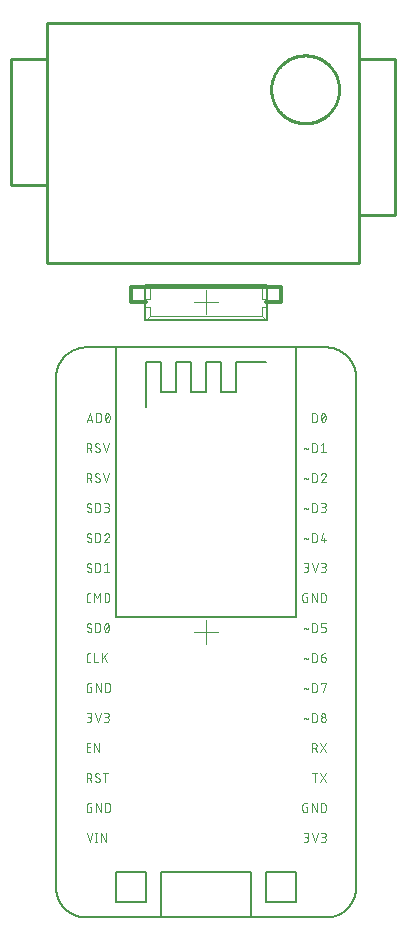
<source format=gto>
G75*
%MOIN*%
%OFA0B0*%
%FSLAX25Y25*%
%IPPOS*%
%LPD*%
%AMOC8*
5,1,8,0,0,1.08239X$1,22.5*
%
%ADD10C,0.01200*%
%ADD11C,0.01000*%
%ADD12C,0.00800*%
%ADD13C,0.00300*%
%ADD14C,0.00000*%
%ADD15C,0.00200*%
%ADD16R,0.40354X0.01476*%
D10*
X0043500Y0236500D02*
X0043500Y0241500D01*
X0048500Y0241500D01*
X0048500Y0236500D02*
X0043500Y0236500D01*
X0088500Y0236500D02*
X0093500Y0236500D01*
X0093500Y0241500D01*
X0088500Y0241500D01*
D11*
X0090186Y0307500D02*
X0090189Y0307778D01*
X0090200Y0308055D01*
X0090217Y0308332D01*
X0090240Y0308609D01*
X0090271Y0308885D01*
X0090308Y0309160D01*
X0090353Y0309434D01*
X0090403Y0309707D01*
X0090461Y0309979D01*
X0090525Y0310249D01*
X0090596Y0310518D01*
X0090673Y0310784D01*
X0090757Y0311049D01*
X0090847Y0311312D01*
X0090944Y0311572D01*
X0091047Y0311830D01*
X0091157Y0312085D01*
X0091272Y0312337D01*
X0091394Y0312587D01*
X0091522Y0312833D01*
X0091656Y0313077D01*
X0091796Y0313317D01*
X0091941Y0313553D01*
X0092093Y0313786D01*
X0092250Y0314015D01*
X0092413Y0314240D01*
X0092581Y0314461D01*
X0092754Y0314678D01*
X0092933Y0314890D01*
X0093117Y0315098D01*
X0093306Y0315301D01*
X0093500Y0315500D01*
X0093699Y0315694D01*
X0093902Y0315883D01*
X0094110Y0316067D01*
X0094322Y0316246D01*
X0094539Y0316419D01*
X0094760Y0316587D01*
X0094985Y0316750D01*
X0095214Y0316907D01*
X0095447Y0317059D01*
X0095683Y0317204D01*
X0095923Y0317344D01*
X0096167Y0317478D01*
X0096413Y0317606D01*
X0096663Y0317728D01*
X0096915Y0317843D01*
X0097170Y0317953D01*
X0097428Y0318056D01*
X0097688Y0318153D01*
X0097951Y0318243D01*
X0098216Y0318327D01*
X0098482Y0318404D01*
X0098751Y0318475D01*
X0099021Y0318539D01*
X0099293Y0318597D01*
X0099566Y0318647D01*
X0099840Y0318692D01*
X0100115Y0318729D01*
X0100391Y0318760D01*
X0100668Y0318783D01*
X0100945Y0318800D01*
X0101222Y0318811D01*
X0101500Y0318814D01*
X0101778Y0318811D01*
X0102055Y0318800D01*
X0102332Y0318783D01*
X0102609Y0318760D01*
X0102885Y0318729D01*
X0103160Y0318692D01*
X0103434Y0318647D01*
X0103707Y0318597D01*
X0103979Y0318539D01*
X0104249Y0318475D01*
X0104518Y0318404D01*
X0104784Y0318327D01*
X0105049Y0318243D01*
X0105312Y0318153D01*
X0105572Y0318056D01*
X0105830Y0317953D01*
X0106085Y0317843D01*
X0106337Y0317728D01*
X0106587Y0317606D01*
X0106833Y0317478D01*
X0107077Y0317344D01*
X0107317Y0317204D01*
X0107553Y0317059D01*
X0107786Y0316907D01*
X0108015Y0316750D01*
X0108240Y0316587D01*
X0108461Y0316419D01*
X0108678Y0316246D01*
X0108890Y0316067D01*
X0109098Y0315883D01*
X0109301Y0315694D01*
X0109500Y0315500D01*
X0109694Y0315301D01*
X0109883Y0315098D01*
X0110067Y0314890D01*
X0110246Y0314678D01*
X0110419Y0314461D01*
X0110587Y0314240D01*
X0110750Y0314015D01*
X0110907Y0313786D01*
X0111059Y0313553D01*
X0111204Y0313317D01*
X0111344Y0313077D01*
X0111478Y0312833D01*
X0111606Y0312587D01*
X0111728Y0312337D01*
X0111843Y0312085D01*
X0111953Y0311830D01*
X0112056Y0311572D01*
X0112153Y0311312D01*
X0112243Y0311049D01*
X0112327Y0310784D01*
X0112404Y0310518D01*
X0112475Y0310249D01*
X0112539Y0309979D01*
X0112597Y0309707D01*
X0112647Y0309434D01*
X0112692Y0309160D01*
X0112729Y0308885D01*
X0112760Y0308609D01*
X0112783Y0308332D01*
X0112800Y0308055D01*
X0112811Y0307778D01*
X0112814Y0307500D01*
X0112811Y0307222D01*
X0112800Y0306945D01*
X0112783Y0306668D01*
X0112760Y0306391D01*
X0112729Y0306115D01*
X0112692Y0305840D01*
X0112647Y0305566D01*
X0112597Y0305293D01*
X0112539Y0305021D01*
X0112475Y0304751D01*
X0112404Y0304482D01*
X0112327Y0304216D01*
X0112243Y0303951D01*
X0112153Y0303688D01*
X0112056Y0303428D01*
X0111953Y0303170D01*
X0111843Y0302915D01*
X0111728Y0302663D01*
X0111606Y0302413D01*
X0111478Y0302167D01*
X0111344Y0301923D01*
X0111204Y0301683D01*
X0111059Y0301447D01*
X0110907Y0301214D01*
X0110750Y0300985D01*
X0110587Y0300760D01*
X0110419Y0300539D01*
X0110246Y0300322D01*
X0110067Y0300110D01*
X0109883Y0299902D01*
X0109694Y0299699D01*
X0109500Y0299500D01*
X0109301Y0299306D01*
X0109098Y0299117D01*
X0108890Y0298933D01*
X0108678Y0298754D01*
X0108461Y0298581D01*
X0108240Y0298413D01*
X0108015Y0298250D01*
X0107786Y0298093D01*
X0107553Y0297941D01*
X0107317Y0297796D01*
X0107077Y0297656D01*
X0106833Y0297522D01*
X0106587Y0297394D01*
X0106337Y0297272D01*
X0106085Y0297157D01*
X0105830Y0297047D01*
X0105572Y0296944D01*
X0105312Y0296847D01*
X0105049Y0296757D01*
X0104784Y0296673D01*
X0104518Y0296596D01*
X0104249Y0296525D01*
X0103979Y0296461D01*
X0103707Y0296403D01*
X0103434Y0296353D01*
X0103160Y0296308D01*
X0102885Y0296271D01*
X0102609Y0296240D01*
X0102332Y0296217D01*
X0102055Y0296200D01*
X0101778Y0296189D01*
X0101500Y0296186D01*
X0101222Y0296189D01*
X0100945Y0296200D01*
X0100668Y0296217D01*
X0100391Y0296240D01*
X0100115Y0296271D01*
X0099840Y0296308D01*
X0099566Y0296353D01*
X0099293Y0296403D01*
X0099021Y0296461D01*
X0098751Y0296525D01*
X0098482Y0296596D01*
X0098216Y0296673D01*
X0097951Y0296757D01*
X0097688Y0296847D01*
X0097428Y0296944D01*
X0097170Y0297047D01*
X0096915Y0297157D01*
X0096663Y0297272D01*
X0096413Y0297394D01*
X0096167Y0297522D01*
X0095923Y0297656D01*
X0095683Y0297796D01*
X0095447Y0297941D01*
X0095214Y0298093D01*
X0094985Y0298250D01*
X0094760Y0298413D01*
X0094539Y0298581D01*
X0094322Y0298754D01*
X0094110Y0298933D01*
X0093902Y0299117D01*
X0093699Y0299306D01*
X0093500Y0299500D01*
X0093306Y0299699D01*
X0093117Y0299902D01*
X0092933Y0300110D01*
X0092754Y0300322D01*
X0092581Y0300539D01*
X0092413Y0300760D01*
X0092250Y0300985D01*
X0092093Y0301214D01*
X0091941Y0301447D01*
X0091796Y0301683D01*
X0091656Y0301923D01*
X0091522Y0302167D01*
X0091394Y0302413D01*
X0091272Y0302663D01*
X0091157Y0302915D01*
X0091047Y0303170D01*
X0090944Y0303428D01*
X0090847Y0303688D01*
X0090757Y0303951D01*
X0090673Y0304216D01*
X0090596Y0304482D01*
X0090525Y0304751D01*
X0090461Y0305021D01*
X0090403Y0305293D01*
X0090353Y0305566D01*
X0090308Y0305840D01*
X0090271Y0306115D01*
X0090240Y0306391D01*
X0090217Y0306668D01*
X0090200Y0306945D01*
X0090189Y0307222D01*
X0090186Y0307500D01*
X0119500Y0317500D02*
X0119500Y0265500D01*
X0131500Y0265500D01*
X0131500Y0317500D01*
X0119500Y0317500D01*
X0119500Y0329500D01*
X0015500Y0329500D01*
X0015500Y0317500D01*
X0003500Y0317500D01*
X0003500Y0275500D01*
X0015500Y0275500D01*
X0015500Y0249500D01*
X0119500Y0249500D01*
X0119500Y0265500D01*
X0015500Y0275500D02*
X0015500Y0317500D01*
D12*
X0018500Y0211500D02*
X0018500Y0041500D01*
X0018503Y0041258D01*
X0018512Y0041017D01*
X0018526Y0040776D01*
X0018547Y0040535D01*
X0018573Y0040295D01*
X0018605Y0040055D01*
X0018643Y0039816D01*
X0018686Y0039579D01*
X0018736Y0039342D01*
X0018791Y0039107D01*
X0018851Y0038873D01*
X0018918Y0038641D01*
X0018989Y0038410D01*
X0019067Y0038181D01*
X0019150Y0037954D01*
X0019238Y0037729D01*
X0019332Y0037506D01*
X0019431Y0037286D01*
X0019536Y0037068D01*
X0019645Y0036853D01*
X0019760Y0036640D01*
X0019880Y0036430D01*
X0020005Y0036224D01*
X0020135Y0036020D01*
X0020270Y0035819D01*
X0020410Y0035622D01*
X0020554Y0035428D01*
X0020703Y0035238D01*
X0020857Y0035052D01*
X0021015Y0034869D01*
X0021177Y0034690D01*
X0021344Y0034515D01*
X0021515Y0034344D01*
X0021690Y0034177D01*
X0021869Y0034015D01*
X0022052Y0033857D01*
X0022238Y0033703D01*
X0022428Y0033554D01*
X0022622Y0033410D01*
X0022819Y0033270D01*
X0023020Y0033135D01*
X0023224Y0033005D01*
X0023430Y0032880D01*
X0023640Y0032760D01*
X0023853Y0032645D01*
X0024068Y0032536D01*
X0024286Y0032431D01*
X0024506Y0032332D01*
X0024729Y0032238D01*
X0024954Y0032150D01*
X0025181Y0032067D01*
X0025410Y0031989D01*
X0025641Y0031918D01*
X0025873Y0031851D01*
X0026107Y0031791D01*
X0026342Y0031736D01*
X0026579Y0031686D01*
X0026816Y0031643D01*
X0027055Y0031605D01*
X0027295Y0031573D01*
X0027535Y0031547D01*
X0027776Y0031526D01*
X0028017Y0031512D01*
X0028258Y0031503D01*
X0028500Y0031500D01*
X0053500Y0031500D01*
X0053500Y0046500D01*
X0083500Y0046500D01*
X0083500Y0031500D01*
X0108500Y0031500D01*
X0108742Y0031503D01*
X0108983Y0031512D01*
X0109224Y0031526D01*
X0109465Y0031547D01*
X0109705Y0031573D01*
X0109945Y0031605D01*
X0110184Y0031643D01*
X0110421Y0031686D01*
X0110658Y0031736D01*
X0110893Y0031791D01*
X0111127Y0031851D01*
X0111359Y0031918D01*
X0111590Y0031989D01*
X0111819Y0032067D01*
X0112046Y0032150D01*
X0112271Y0032238D01*
X0112494Y0032332D01*
X0112714Y0032431D01*
X0112932Y0032536D01*
X0113147Y0032645D01*
X0113360Y0032760D01*
X0113570Y0032880D01*
X0113776Y0033005D01*
X0113980Y0033135D01*
X0114181Y0033270D01*
X0114378Y0033410D01*
X0114572Y0033554D01*
X0114762Y0033703D01*
X0114948Y0033857D01*
X0115131Y0034015D01*
X0115310Y0034177D01*
X0115485Y0034344D01*
X0115656Y0034515D01*
X0115823Y0034690D01*
X0115985Y0034869D01*
X0116143Y0035052D01*
X0116297Y0035238D01*
X0116446Y0035428D01*
X0116590Y0035622D01*
X0116730Y0035819D01*
X0116865Y0036020D01*
X0116995Y0036224D01*
X0117120Y0036430D01*
X0117240Y0036640D01*
X0117355Y0036853D01*
X0117464Y0037068D01*
X0117569Y0037286D01*
X0117668Y0037506D01*
X0117762Y0037729D01*
X0117850Y0037954D01*
X0117933Y0038181D01*
X0118011Y0038410D01*
X0118082Y0038641D01*
X0118149Y0038873D01*
X0118209Y0039107D01*
X0118264Y0039342D01*
X0118314Y0039579D01*
X0118357Y0039816D01*
X0118395Y0040055D01*
X0118427Y0040295D01*
X0118453Y0040535D01*
X0118474Y0040776D01*
X0118488Y0041017D01*
X0118497Y0041258D01*
X0118500Y0041500D01*
X0118500Y0211500D01*
X0118497Y0211742D01*
X0118488Y0211983D01*
X0118474Y0212224D01*
X0118453Y0212465D01*
X0118427Y0212705D01*
X0118395Y0212945D01*
X0118357Y0213184D01*
X0118314Y0213421D01*
X0118264Y0213658D01*
X0118209Y0213893D01*
X0118149Y0214127D01*
X0118082Y0214359D01*
X0118011Y0214590D01*
X0117933Y0214819D01*
X0117850Y0215046D01*
X0117762Y0215271D01*
X0117668Y0215494D01*
X0117569Y0215714D01*
X0117464Y0215932D01*
X0117355Y0216147D01*
X0117240Y0216360D01*
X0117120Y0216570D01*
X0116995Y0216776D01*
X0116865Y0216980D01*
X0116730Y0217181D01*
X0116590Y0217378D01*
X0116446Y0217572D01*
X0116297Y0217762D01*
X0116143Y0217948D01*
X0115985Y0218131D01*
X0115823Y0218310D01*
X0115656Y0218485D01*
X0115485Y0218656D01*
X0115310Y0218823D01*
X0115131Y0218985D01*
X0114948Y0219143D01*
X0114762Y0219297D01*
X0114572Y0219446D01*
X0114378Y0219590D01*
X0114181Y0219730D01*
X0113980Y0219865D01*
X0113776Y0219995D01*
X0113570Y0220120D01*
X0113360Y0220240D01*
X0113147Y0220355D01*
X0112932Y0220464D01*
X0112714Y0220569D01*
X0112494Y0220668D01*
X0112271Y0220762D01*
X0112046Y0220850D01*
X0111819Y0220933D01*
X0111590Y0221011D01*
X0111359Y0221082D01*
X0111127Y0221149D01*
X0110893Y0221209D01*
X0110658Y0221264D01*
X0110421Y0221314D01*
X0110184Y0221357D01*
X0109945Y0221395D01*
X0109705Y0221427D01*
X0109465Y0221453D01*
X0109224Y0221474D01*
X0108983Y0221488D01*
X0108742Y0221497D01*
X0108500Y0221500D01*
X0098500Y0221500D01*
X0098500Y0131500D01*
X0038500Y0131500D01*
X0038500Y0221500D01*
X0028500Y0221500D01*
X0028258Y0221497D01*
X0028017Y0221488D01*
X0027776Y0221474D01*
X0027535Y0221453D01*
X0027295Y0221427D01*
X0027055Y0221395D01*
X0026816Y0221357D01*
X0026579Y0221314D01*
X0026342Y0221264D01*
X0026107Y0221209D01*
X0025873Y0221149D01*
X0025641Y0221082D01*
X0025410Y0221011D01*
X0025181Y0220933D01*
X0024954Y0220850D01*
X0024729Y0220762D01*
X0024506Y0220668D01*
X0024286Y0220569D01*
X0024068Y0220464D01*
X0023853Y0220355D01*
X0023640Y0220240D01*
X0023430Y0220120D01*
X0023224Y0219995D01*
X0023020Y0219865D01*
X0022819Y0219730D01*
X0022622Y0219590D01*
X0022428Y0219446D01*
X0022238Y0219297D01*
X0022052Y0219143D01*
X0021869Y0218985D01*
X0021690Y0218823D01*
X0021515Y0218656D01*
X0021344Y0218485D01*
X0021177Y0218310D01*
X0021015Y0218131D01*
X0020857Y0217948D01*
X0020703Y0217762D01*
X0020554Y0217572D01*
X0020410Y0217378D01*
X0020270Y0217181D01*
X0020135Y0216980D01*
X0020005Y0216776D01*
X0019880Y0216570D01*
X0019760Y0216360D01*
X0019645Y0216147D01*
X0019536Y0215932D01*
X0019431Y0215714D01*
X0019332Y0215494D01*
X0019238Y0215271D01*
X0019150Y0215046D01*
X0019067Y0214819D01*
X0018989Y0214590D01*
X0018918Y0214359D01*
X0018851Y0214127D01*
X0018791Y0213893D01*
X0018736Y0213658D01*
X0018686Y0213421D01*
X0018643Y0213184D01*
X0018605Y0212945D01*
X0018573Y0212705D01*
X0018547Y0212465D01*
X0018526Y0212224D01*
X0018512Y0211983D01*
X0018503Y0211742D01*
X0018500Y0211500D01*
X0038500Y0221500D02*
X0098500Y0221500D01*
X0088500Y0216500D02*
X0078500Y0216500D01*
X0078500Y0206500D01*
X0073500Y0206500D01*
X0073500Y0216500D01*
X0068500Y0216500D01*
X0068500Y0206500D01*
X0063500Y0206500D01*
X0063500Y0216500D01*
X0058500Y0216500D01*
X0058500Y0206500D01*
X0053500Y0206500D01*
X0053500Y0216500D01*
X0048500Y0216500D01*
X0048500Y0201500D01*
X0048224Y0230594D02*
X0088776Y0230594D01*
X0088776Y0242406D01*
X0048224Y0242406D01*
X0048224Y0230594D01*
X0048500Y0046500D02*
X0038500Y0046500D01*
X0038500Y0036500D01*
X0048500Y0036500D01*
X0048500Y0046500D01*
X0053500Y0031500D02*
X0083500Y0031500D01*
X0088500Y0036500D02*
X0088500Y0046500D01*
X0098500Y0046500D01*
X0098500Y0036500D01*
X0088500Y0036500D01*
D13*
X0100979Y0056650D02*
X0101784Y0056650D01*
X0101839Y0056652D01*
X0101894Y0056658D01*
X0101948Y0056667D01*
X0102001Y0056680D01*
X0102054Y0056697D01*
X0102105Y0056717D01*
X0102155Y0056740D01*
X0102203Y0056767D01*
X0102249Y0056798D01*
X0102293Y0056831D01*
X0102334Y0056867D01*
X0102373Y0056906D01*
X0102409Y0056947D01*
X0102442Y0056991D01*
X0102473Y0057037D01*
X0102500Y0057085D01*
X0102523Y0057135D01*
X0102543Y0057186D01*
X0102560Y0057239D01*
X0102573Y0057292D01*
X0102582Y0057346D01*
X0102588Y0057401D01*
X0102590Y0057456D01*
X0102588Y0057511D01*
X0102582Y0057566D01*
X0102573Y0057620D01*
X0102560Y0057673D01*
X0102543Y0057726D01*
X0102523Y0057777D01*
X0102500Y0057827D01*
X0102473Y0057875D01*
X0102442Y0057921D01*
X0102409Y0057965D01*
X0102373Y0058006D01*
X0102334Y0058045D01*
X0102293Y0058081D01*
X0102249Y0058114D01*
X0102203Y0058145D01*
X0102155Y0058172D01*
X0102105Y0058195D01*
X0102054Y0058215D01*
X0102001Y0058232D01*
X0101948Y0058245D01*
X0101894Y0058254D01*
X0101839Y0058260D01*
X0101784Y0058262D01*
X0101946Y0058261D02*
X0101301Y0058261D01*
X0101946Y0058262D02*
X0101995Y0058264D01*
X0102044Y0058270D01*
X0102093Y0058279D01*
X0102140Y0058292D01*
X0102187Y0058309D01*
X0102232Y0058329D01*
X0102275Y0058352D01*
X0102317Y0058379D01*
X0102356Y0058409D01*
X0102393Y0058442D01*
X0102427Y0058478D01*
X0102458Y0058516D01*
X0102487Y0058556D01*
X0102512Y0058598D01*
X0102534Y0058643D01*
X0102552Y0058688D01*
X0102567Y0058735D01*
X0102578Y0058783D01*
X0102586Y0058832D01*
X0102590Y0058881D01*
X0102590Y0058931D01*
X0102586Y0058980D01*
X0102578Y0059029D01*
X0102567Y0059077D01*
X0102552Y0059124D01*
X0102534Y0059169D01*
X0102512Y0059214D01*
X0102487Y0059256D01*
X0102458Y0059296D01*
X0102427Y0059334D01*
X0102393Y0059370D01*
X0102356Y0059403D01*
X0102317Y0059433D01*
X0102275Y0059460D01*
X0102232Y0059483D01*
X0102187Y0059503D01*
X0102140Y0059520D01*
X0102093Y0059533D01*
X0102044Y0059542D01*
X0101995Y0059548D01*
X0101946Y0059550D01*
X0100979Y0059550D01*
X0103698Y0059550D02*
X0104664Y0056650D01*
X0105631Y0059550D01*
X0106739Y0059550D02*
X0107706Y0059550D01*
X0107755Y0059548D01*
X0107804Y0059542D01*
X0107853Y0059533D01*
X0107900Y0059520D01*
X0107947Y0059503D01*
X0107992Y0059483D01*
X0108035Y0059460D01*
X0108077Y0059433D01*
X0108116Y0059403D01*
X0108153Y0059370D01*
X0108187Y0059334D01*
X0108218Y0059296D01*
X0108247Y0059256D01*
X0108272Y0059214D01*
X0108294Y0059169D01*
X0108312Y0059124D01*
X0108327Y0059077D01*
X0108338Y0059029D01*
X0108346Y0058980D01*
X0108350Y0058931D01*
X0108350Y0058881D01*
X0108346Y0058832D01*
X0108338Y0058783D01*
X0108327Y0058735D01*
X0108312Y0058688D01*
X0108294Y0058643D01*
X0108272Y0058598D01*
X0108247Y0058556D01*
X0108218Y0058516D01*
X0108187Y0058478D01*
X0108153Y0058442D01*
X0108116Y0058409D01*
X0108077Y0058379D01*
X0108035Y0058352D01*
X0107992Y0058329D01*
X0107947Y0058309D01*
X0107900Y0058292D01*
X0107853Y0058279D01*
X0107804Y0058270D01*
X0107755Y0058264D01*
X0107706Y0058262D01*
X0107706Y0058261D02*
X0107061Y0058261D01*
X0107544Y0058262D02*
X0107599Y0058260D01*
X0107654Y0058254D01*
X0107708Y0058245D01*
X0107761Y0058232D01*
X0107814Y0058215D01*
X0107865Y0058195D01*
X0107915Y0058172D01*
X0107963Y0058145D01*
X0108009Y0058114D01*
X0108053Y0058081D01*
X0108094Y0058045D01*
X0108133Y0058006D01*
X0108169Y0057965D01*
X0108202Y0057921D01*
X0108233Y0057875D01*
X0108260Y0057827D01*
X0108283Y0057777D01*
X0108303Y0057726D01*
X0108320Y0057673D01*
X0108333Y0057620D01*
X0108342Y0057566D01*
X0108348Y0057511D01*
X0108350Y0057456D01*
X0108348Y0057401D01*
X0108342Y0057346D01*
X0108333Y0057292D01*
X0108320Y0057239D01*
X0108303Y0057186D01*
X0108283Y0057135D01*
X0108260Y0057085D01*
X0108233Y0057037D01*
X0108202Y0056991D01*
X0108169Y0056947D01*
X0108133Y0056906D01*
X0108094Y0056867D01*
X0108053Y0056831D01*
X0108009Y0056798D01*
X0107963Y0056767D01*
X0107915Y0056740D01*
X0107865Y0056717D01*
X0107814Y0056697D01*
X0107761Y0056680D01*
X0107708Y0056667D01*
X0107654Y0056658D01*
X0107599Y0056652D01*
X0107544Y0056650D01*
X0106739Y0056650D01*
X0106739Y0066650D02*
X0107544Y0066650D01*
X0106739Y0066650D02*
X0106739Y0069550D01*
X0107544Y0069550D01*
X0107599Y0069548D01*
X0107654Y0069542D01*
X0107708Y0069533D01*
X0107761Y0069520D01*
X0107814Y0069503D01*
X0107865Y0069483D01*
X0107915Y0069460D01*
X0107963Y0069433D01*
X0108009Y0069402D01*
X0108053Y0069369D01*
X0108094Y0069333D01*
X0108133Y0069294D01*
X0108169Y0069253D01*
X0108202Y0069209D01*
X0108233Y0069163D01*
X0108260Y0069115D01*
X0108283Y0069065D01*
X0108303Y0069014D01*
X0108320Y0068961D01*
X0108333Y0068908D01*
X0108342Y0068854D01*
X0108348Y0068799D01*
X0108350Y0068744D01*
X0108350Y0067456D01*
X0108348Y0067401D01*
X0108342Y0067346D01*
X0108333Y0067292D01*
X0108320Y0067239D01*
X0108303Y0067186D01*
X0108283Y0067135D01*
X0108260Y0067085D01*
X0108233Y0067037D01*
X0108202Y0066991D01*
X0108169Y0066947D01*
X0108133Y0066906D01*
X0108094Y0066867D01*
X0108053Y0066831D01*
X0108009Y0066798D01*
X0107963Y0066767D01*
X0107915Y0066740D01*
X0107865Y0066717D01*
X0107814Y0066697D01*
X0107761Y0066680D01*
X0107708Y0066667D01*
X0107654Y0066658D01*
X0107599Y0066652D01*
X0107544Y0066650D01*
X0105278Y0066650D02*
X0105278Y0069550D01*
X0103667Y0069550D02*
X0103667Y0066650D01*
X0102206Y0066650D02*
X0101239Y0066650D01*
X0101191Y0066652D01*
X0101143Y0066657D01*
X0101096Y0066666D01*
X0101049Y0066679D01*
X0101004Y0066695D01*
X0100960Y0066714D01*
X0100917Y0066736D01*
X0100876Y0066762D01*
X0100837Y0066791D01*
X0100801Y0066822D01*
X0100767Y0066856D01*
X0100736Y0066892D01*
X0100707Y0066931D01*
X0100681Y0066972D01*
X0100659Y0067015D01*
X0100640Y0067059D01*
X0100624Y0067104D01*
X0100611Y0067151D01*
X0100602Y0067198D01*
X0100597Y0067246D01*
X0100595Y0067294D01*
X0100595Y0068906D01*
X0100597Y0068957D01*
X0100603Y0069007D01*
X0100613Y0069056D01*
X0100627Y0069105D01*
X0100644Y0069152D01*
X0100665Y0069198D01*
X0100690Y0069242D01*
X0100718Y0069285D01*
X0100749Y0069324D01*
X0100784Y0069361D01*
X0100821Y0069396D01*
X0100860Y0069427D01*
X0100903Y0069455D01*
X0100947Y0069480D01*
X0100993Y0069501D01*
X0101040Y0069518D01*
X0101089Y0069532D01*
X0101138Y0069542D01*
X0101188Y0069548D01*
X0101239Y0069550D01*
X0102206Y0069550D01*
X0102206Y0068261D02*
X0102206Y0066650D01*
X0102206Y0068261D02*
X0101723Y0068261D01*
X0103667Y0069550D02*
X0105278Y0066650D01*
X0104695Y0076650D02*
X0104695Y0079550D01*
X0103890Y0079550D02*
X0105501Y0079550D01*
X0106417Y0079550D02*
X0108350Y0076650D01*
X0106417Y0076650D02*
X0108350Y0079550D01*
X0108350Y0086650D02*
X0106417Y0089550D01*
X0104523Y0089550D02*
X0103718Y0089550D01*
X0103718Y0086650D01*
X0103718Y0087939D02*
X0104523Y0087939D01*
X0104685Y0087939D02*
X0105329Y0086650D01*
X0106417Y0086650D02*
X0108350Y0089550D01*
X0108350Y0097456D02*
X0108348Y0097401D01*
X0108342Y0097346D01*
X0108333Y0097292D01*
X0108320Y0097239D01*
X0108303Y0097186D01*
X0108283Y0097135D01*
X0108260Y0097085D01*
X0108233Y0097037D01*
X0108202Y0096991D01*
X0108169Y0096947D01*
X0108133Y0096906D01*
X0108094Y0096867D01*
X0108053Y0096831D01*
X0108009Y0096798D01*
X0107963Y0096767D01*
X0107915Y0096740D01*
X0107865Y0096717D01*
X0107814Y0096697D01*
X0107761Y0096680D01*
X0107708Y0096667D01*
X0107654Y0096658D01*
X0107599Y0096652D01*
X0107544Y0096650D01*
X0107489Y0096652D01*
X0107434Y0096658D01*
X0107380Y0096667D01*
X0107327Y0096680D01*
X0107274Y0096697D01*
X0107223Y0096717D01*
X0107173Y0096740D01*
X0107125Y0096767D01*
X0107079Y0096798D01*
X0107035Y0096831D01*
X0106994Y0096867D01*
X0106955Y0096906D01*
X0106919Y0096947D01*
X0106886Y0096991D01*
X0106855Y0097037D01*
X0106828Y0097085D01*
X0106805Y0097135D01*
X0106785Y0097186D01*
X0106768Y0097239D01*
X0106755Y0097292D01*
X0106746Y0097346D01*
X0106740Y0097401D01*
X0106738Y0097456D01*
X0106740Y0097511D01*
X0106746Y0097566D01*
X0106755Y0097620D01*
X0106768Y0097673D01*
X0106785Y0097726D01*
X0106805Y0097777D01*
X0106828Y0097827D01*
X0106855Y0097875D01*
X0106886Y0097921D01*
X0106919Y0097965D01*
X0106955Y0098006D01*
X0106994Y0098045D01*
X0107035Y0098081D01*
X0107079Y0098114D01*
X0107125Y0098145D01*
X0107173Y0098172D01*
X0107223Y0098195D01*
X0107274Y0098215D01*
X0107327Y0098232D01*
X0107380Y0098245D01*
X0107434Y0098254D01*
X0107489Y0098260D01*
X0107544Y0098262D01*
X0107599Y0098260D01*
X0107654Y0098254D01*
X0107708Y0098245D01*
X0107761Y0098232D01*
X0107814Y0098215D01*
X0107865Y0098195D01*
X0107915Y0098172D01*
X0107963Y0098145D01*
X0108009Y0098114D01*
X0108053Y0098081D01*
X0108094Y0098045D01*
X0108133Y0098006D01*
X0108169Y0097965D01*
X0108202Y0097921D01*
X0108233Y0097875D01*
X0108260Y0097827D01*
X0108283Y0097777D01*
X0108303Y0097726D01*
X0108320Y0097673D01*
X0108333Y0097620D01*
X0108342Y0097566D01*
X0108348Y0097511D01*
X0108350Y0097456D01*
X0108188Y0098906D02*
X0108186Y0098857D01*
X0108180Y0098808D01*
X0108171Y0098759D01*
X0108158Y0098712D01*
X0108141Y0098665D01*
X0108121Y0098620D01*
X0108098Y0098577D01*
X0108071Y0098535D01*
X0108041Y0098496D01*
X0108008Y0098459D01*
X0107972Y0098425D01*
X0107934Y0098394D01*
X0107894Y0098365D01*
X0107852Y0098340D01*
X0107807Y0098318D01*
X0107762Y0098300D01*
X0107715Y0098285D01*
X0107667Y0098274D01*
X0107618Y0098266D01*
X0107569Y0098262D01*
X0107519Y0098262D01*
X0107470Y0098266D01*
X0107421Y0098274D01*
X0107373Y0098285D01*
X0107326Y0098300D01*
X0107281Y0098318D01*
X0107236Y0098340D01*
X0107194Y0098365D01*
X0107154Y0098394D01*
X0107116Y0098425D01*
X0107080Y0098459D01*
X0107047Y0098496D01*
X0107017Y0098535D01*
X0106990Y0098577D01*
X0106967Y0098620D01*
X0106947Y0098665D01*
X0106930Y0098712D01*
X0106917Y0098759D01*
X0106908Y0098808D01*
X0106902Y0098857D01*
X0106900Y0098906D01*
X0106902Y0098955D01*
X0106908Y0099004D01*
X0106917Y0099053D01*
X0106930Y0099100D01*
X0106947Y0099147D01*
X0106967Y0099192D01*
X0106990Y0099235D01*
X0107017Y0099277D01*
X0107047Y0099316D01*
X0107080Y0099353D01*
X0107116Y0099387D01*
X0107154Y0099418D01*
X0107194Y0099447D01*
X0107236Y0099472D01*
X0107281Y0099494D01*
X0107326Y0099512D01*
X0107373Y0099527D01*
X0107421Y0099538D01*
X0107470Y0099546D01*
X0107519Y0099550D01*
X0107569Y0099550D01*
X0107618Y0099546D01*
X0107667Y0099538D01*
X0107715Y0099527D01*
X0107762Y0099512D01*
X0107807Y0099494D01*
X0107852Y0099472D01*
X0107894Y0099447D01*
X0107934Y0099418D01*
X0107972Y0099387D01*
X0108008Y0099353D01*
X0108041Y0099316D01*
X0108071Y0099277D01*
X0108098Y0099235D01*
X0108121Y0099192D01*
X0108141Y0099147D01*
X0108158Y0099100D01*
X0108171Y0099053D01*
X0108180Y0099004D01*
X0108186Y0098955D01*
X0108188Y0098906D01*
X0105374Y0098744D02*
X0105374Y0097456D01*
X0105372Y0097401D01*
X0105366Y0097346D01*
X0105357Y0097292D01*
X0105344Y0097239D01*
X0105327Y0097186D01*
X0105307Y0097135D01*
X0105284Y0097085D01*
X0105257Y0097037D01*
X0105226Y0096991D01*
X0105193Y0096947D01*
X0105157Y0096906D01*
X0105118Y0096867D01*
X0105077Y0096831D01*
X0105033Y0096798D01*
X0104987Y0096767D01*
X0104939Y0096740D01*
X0104889Y0096717D01*
X0104838Y0096697D01*
X0104785Y0096680D01*
X0104732Y0096667D01*
X0104678Y0096658D01*
X0104623Y0096652D01*
X0104568Y0096650D01*
X0103763Y0096650D01*
X0103763Y0099550D01*
X0104568Y0099550D01*
X0104623Y0099548D01*
X0104678Y0099542D01*
X0104732Y0099533D01*
X0104785Y0099520D01*
X0104838Y0099503D01*
X0104889Y0099483D01*
X0104939Y0099460D01*
X0104987Y0099433D01*
X0105033Y0099402D01*
X0105077Y0099369D01*
X0105118Y0099333D01*
X0105157Y0099294D01*
X0105193Y0099253D01*
X0105226Y0099209D01*
X0105257Y0099163D01*
X0105284Y0099115D01*
X0105307Y0099065D01*
X0105327Y0099014D01*
X0105344Y0098961D01*
X0105357Y0098908D01*
X0105366Y0098854D01*
X0105372Y0098799D01*
X0105374Y0098744D01*
X0104568Y0106650D02*
X0103763Y0106650D01*
X0103763Y0109550D01*
X0104568Y0109550D01*
X0104623Y0109548D01*
X0104678Y0109542D01*
X0104732Y0109533D01*
X0104785Y0109520D01*
X0104838Y0109503D01*
X0104889Y0109483D01*
X0104939Y0109460D01*
X0104987Y0109433D01*
X0105033Y0109402D01*
X0105077Y0109369D01*
X0105118Y0109333D01*
X0105157Y0109294D01*
X0105193Y0109253D01*
X0105226Y0109209D01*
X0105257Y0109163D01*
X0105284Y0109115D01*
X0105307Y0109065D01*
X0105327Y0109014D01*
X0105344Y0108961D01*
X0105357Y0108908D01*
X0105366Y0108854D01*
X0105372Y0108799D01*
X0105374Y0108744D01*
X0105374Y0107456D01*
X0105372Y0107401D01*
X0105366Y0107346D01*
X0105357Y0107292D01*
X0105344Y0107239D01*
X0105327Y0107186D01*
X0105307Y0107135D01*
X0105284Y0107085D01*
X0105257Y0107037D01*
X0105226Y0106991D01*
X0105193Y0106947D01*
X0105157Y0106906D01*
X0105118Y0106867D01*
X0105077Y0106831D01*
X0105033Y0106798D01*
X0104987Y0106767D01*
X0104939Y0106740D01*
X0104889Y0106717D01*
X0104838Y0106697D01*
X0104785Y0106680D01*
X0104732Y0106667D01*
X0104678Y0106658D01*
X0104623Y0106652D01*
X0104568Y0106650D01*
X0102429Y0107939D02*
X0102427Y0107905D01*
X0102422Y0107872D01*
X0102413Y0107840D01*
X0102401Y0107808D01*
X0102386Y0107778D01*
X0102368Y0107750D01*
X0102346Y0107724D01*
X0102322Y0107700D01*
X0102296Y0107678D01*
X0102268Y0107660D01*
X0102238Y0107645D01*
X0102206Y0107633D01*
X0102174Y0107624D01*
X0102141Y0107619D01*
X0102107Y0107617D01*
X0102107Y0107616D02*
X0102070Y0107618D01*
X0102033Y0107623D01*
X0101996Y0107631D01*
X0101961Y0107643D01*
X0101927Y0107659D01*
X0101894Y0107677D01*
X0101863Y0107698D01*
X0101835Y0107722D01*
X0101808Y0107748D01*
X0101785Y0107777D01*
X0101462Y0107939D02*
X0101428Y0107937D01*
X0101395Y0107932D01*
X0101362Y0107923D01*
X0101331Y0107911D01*
X0101301Y0107896D01*
X0101273Y0107878D01*
X0101247Y0107856D01*
X0101223Y0107832D01*
X0101201Y0107806D01*
X0101183Y0107778D01*
X0101168Y0107748D01*
X0101156Y0107717D01*
X0101147Y0107684D01*
X0101142Y0107651D01*
X0101140Y0107617D01*
X0101462Y0107939D02*
X0101499Y0107937D01*
X0101536Y0107932D01*
X0101573Y0107924D01*
X0101608Y0107912D01*
X0101642Y0107896D01*
X0101675Y0107878D01*
X0101706Y0107857D01*
X0101734Y0107833D01*
X0101761Y0107807D01*
X0101784Y0107778D01*
X0101785Y0097777D02*
X0101808Y0097748D01*
X0101835Y0097722D01*
X0101863Y0097698D01*
X0101894Y0097677D01*
X0101927Y0097659D01*
X0101961Y0097643D01*
X0101996Y0097631D01*
X0102033Y0097623D01*
X0102070Y0097618D01*
X0102107Y0097616D01*
X0102107Y0097617D02*
X0102141Y0097619D01*
X0102174Y0097624D01*
X0102206Y0097633D01*
X0102238Y0097645D01*
X0102268Y0097660D01*
X0102296Y0097678D01*
X0102322Y0097700D01*
X0102346Y0097724D01*
X0102368Y0097750D01*
X0102386Y0097778D01*
X0102401Y0097808D01*
X0102413Y0097840D01*
X0102422Y0097872D01*
X0102427Y0097905D01*
X0102429Y0097939D01*
X0101462Y0097939D02*
X0101428Y0097937D01*
X0101395Y0097932D01*
X0101362Y0097923D01*
X0101331Y0097911D01*
X0101301Y0097896D01*
X0101273Y0097878D01*
X0101247Y0097856D01*
X0101223Y0097832D01*
X0101201Y0097806D01*
X0101183Y0097778D01*
X0101168Y0097748D01*
X0101156Y0097717D01*
X0101147Y0097684D01*
X0101142Y0097651D01*
X0101140Y0097617D01*
X0101462Y0097939D02*
X0101499Y0097937D01*
X0101536Y0097932D01*
X0101573Y0097924D01*
X0101608Y0097912D01*
X0101642Y0097896D01*
X0101675Y0097878D01*
X0101706Y0097857D01*
X0101734Y0097833D01*
X0101761Y0097807D01*
X0101784Y0097778D01*
X0104523Y0089550D02*
X0104578Y0089548D01*
X0104633Y0089542D01*
X0104687Y0089533D01*
X0104740Y0089520D01*
X0104793Y0089503D01*
X0104844Y0089483D01*
X0104894Y0089460D01*
X0104942Y0089433D01*
X0104988Y0089402D01*
X0105032Y0089369D01*
X0105073Y0089333D01*
X0105112Y0089294D01*
X0105148Y0089253D01*
X0105181Y0089209D01*
X0105212Y0089163D01*
X0105239Y0089115D01*
X0105262Y0089065D01*
X0105282Y0089014D01*
X0105299Y0088961D01*
X0105312Y0088908D01*
X0105321Y0088854D01*
X0105327Y0088799D01*
X0105329Y0088744D01*
X0105327Y0088689D01*
X0105321Y0088634D01*
X0105312Y0088580D01*
X0105299Y0088527D01*
X0105282Y0088474D01*
X0105262Y0088423D01*
X0105239Y0088373D01*
X0105212Y0088325D01*
X0105181Y0088279D01*
X0105148Y0088235D01*
X0105112Y0088194D01*
X0105073Y0088155D01*
X0105032Y0088119D01*
X0104988Y0088086D01*
X0104942Y0088055D01*
X0104894Y0088028D01*
X0104844Y0088005D01*
X0104793Y0087985D01*
X0104740Y0087968D01*
X0104687Y0087955D01*
X0104633Y0087946D01*
X0104578Y0087940D01*
X0104523Y0087938D01*
X0107544Y0106650D02*
X0108350Y0109550D01*
X0106739Y0109550D01*
X0106739Y0109228D01*
X0104568Y0116650D02*
X0103763Y0116650D01*
X0103763Y0119550D01*
X0104568Y0119550D01*
X0104623Y0119548D01*
X0104678Y0119542D01*
X0104732Y0119533D01*
X0104785Y0119520D01*
X0104838Y0119503D01*
X0104889Y0119483D01*
X0104939Y0119460D01*
X0104987Y0119433D01*
X0105033Y0119402D01*
X0105077Y0119369D01*
X0105118Y0119333D01*
X0105157Y0119294D01*
X0105193Y0119253D01*
X0105226Y0119209D01*
X0105257Y0119163D01*
X0105284Y0119115D01*
X0105307Y0119065D01*
X0105327Y0119014D01*
X0105344Y0118961D01*
X0105357Y0118908D01*
X0105366Y0118854D01*
X0105372Y0118799D01*
X0105374Y0118744D01*
X0105374Y0117456D01*
X0105372Y0117401D01*
X0105366Y0117346D01*
X0105357Y0117292D01*
X0105344Y0117239D01*
X0105327Y0117186D01*
X0105307Y0117135D01*
X0105284Y0117085D01*
X0105257Y0117037D01*
X0105226Y0116991D01*
X0105193Y0116947D01*
X0105157Y0116906D01*
X0105118Y0116867D01*
X0105077Y0116831D01*
X0105033Y0116798D01*
X0104987Y0116767D01*
X0104939Y0116740D01*
X0104889Y0116717D01*
X0104838Y0116697D01*
X0104785Y0116680D01*
X0104732Y0116667D01*
X0104678Y0116658D01*
X0104623Y0116652D01*
X0104568Y0116650D01*
X0106739Y0117456D02*
X0106739Y0118261D01*
X0107706Y0118261D01*
X0106739Y0118261D02*
X0106741Y0118331D01*
X0106747Y0118400D01*
X0106756Y0118470D01*
X0106769Y0118538D01*
X0106786Y0118606D01*
X0106806Y0118673D01*
X0106831Y0118738D01*
X0106858Y0118802D01*
X0106889Y0118865D01*
X0106924Y0118926D01*
X0106961Y0118984D01*
X0107002Y0119041D01*
X0107046Y0119095D01*
X0107092Y0119147D01*
X0107142Y0119197D01*
X0107194Y0119243D01*
X0107248Y0119287D01*
X0107305Y0119328D01*
X0107363Y0119365D01*
X0107424Y0119400D01*
X0107487Y0119431D01*
X0107551Y0119458D01*
X0107616Y0119483D01*
X0107683Y0119503D01*
X0107751Y0119520D01*
X0107819Y0119533D01*
X0107889Y0119542D01*
X0107958Y0119548D01*
X0108028Y0119550D01*
X0108350Y0117617D02*
X0108350Y0117456D01*
X0108350Y0117617D02*
X0108348Y0117665D01*
X0108343Y0117713D01*
X0108334Y0117760D01*
X0108321Y0117807D01*
X0108305Y0117852D01*
X0108286Y0117896D01*
X0108264Y0117939D01*
X0108238Y0117980D01*
X0108209Y0118019D01*
X0108178Y0118055D01*
X0108144Y0118089D01*
X0108108Y0118120D01*
X0108069Y0118149D01*
X0108028Y0118175D01*
X0107985Y0118197D01*
X0107941Y0118216D01*
X0107896Y0118232D01*
X0107849Y0118245D01*
X0107802Y0118254D01*
X0107754Y0118259D01*
X0107706Y0118261D01*
X0108350Y0117456D02*
X0108348Y0117401D01*
X0108342Y0117346D01*
X0108333Y0117292D01*
X0108320Y0117239D01*
X0108303Y0117186D01*
X0108283Y0117135D01*
X0108260Y0117085D01*
X0108233Y0117037D01*
X0108202Y0116991D01*
X0108169Y0116947D01*
X0108133Y0116906D01*
X0108094Y0116867D01*
X0108053Y0116831D01*
X0108009Y0116798D01*
X0107963Y0116767D01*
X0107915Y0116740D01*
X0107865Y0116717D01*
X0107814Y0116697D01*
X0107761Y0116680D01*
X0107708Y0116667D01*
X0107654Y0116658D01*
X0107599Y0116652D01*
X0107544Y0116650D01*
X0107489Y0116652D01*
X0107434Y0116658D01*
X0107380Y0116667D01*
X0107327Y0116680D01*
X0107274Y0116697D01*
X0107223Y0116717D01*
X0107173Y0116740D01*
X0107125Y0116767D01*
X0107079Y0116798D01*
X0107035Y0116831D01*
X0106994Y0116867D01*
X0106955Y0116906D01*
X0106919Y0116947D01*
X0106886Y0116991D01*
X0106855Y0117037D01*
X0106828Y0117085D01*
X0106805Y0117135D01*
X0106785Y0117186D01*
X0106768Y0117239D01*
X0106755Y0117292D01*
X0106746Y0117346D01*
X0106740Y0117401D01*
X0106738Y0117456D01*
X0106739Y0126650D02*
X0107706Y0126650D01*
X0107754Y0126652D01*
X0107802Y0126657D01*
X0107849Y0126666D01*
X0107896Y0126679D01*
X0107941Y0126695D01*
X0107985Y0126714D01*
X0108028Y0126736D01*
X0108069Y0126762D01*
X0108108Y0126791D01*
X0108144Y0126822D01*
X0108178Y0126856D01*
X0108209Y0126892D01*
X0108238Y0126931D01*
X0108264Y0126972D01*
X0108286Y0127015D01*
X0108305Y0127059D01*
X0108321Y0127104D01*
X0108334Y0127151D01*
X0108343Y0127198D01*
X0108348Y0127246D01*
X0108350Y0127294D01*
X0108350Y0127617D01*
X0108348Y0127665D01*
X0108343Y0127713D01*
X0108334Y0127760D01*
X0108321Y0127807D01*
X0108305Y0127852D01*
X0108286Y0127896D01*
X0108264Y0127939D01*
X0108238Y0127980D01*
X0108209Y0128019D01*
X0108178Y0128055D01*
X0108144Y0128089D01*
X0108108Y0128120D01*
X0108069Y0128149D01*
X0108028Y0128175D01*
X0107985Y0128197D01*
X0107941Y0128216D01*
X0107896Y0128232D01*
X0107849Y0128245D01*
X0107802Y0128254D01*
X0107754Y0128259D01*
X0107706Y0128261D01*
X0106739Y0128261D01*
X0106739Y0129550D01*
X0108350Y0129550D01*
X0105374Y0128744D02*
X0105374Y0127456D01*
X0105372Y0127401D01*
X0105366Y0127346D01*
X0105357Y0127292D01*
X0105344Y0127239D01*
X0105327Y0127186D01*
X0105307Y0127135D01*
X0105284Y0127085D01*
X0105257Y0127037D01*
X0105226Y0126991D01*
X0105193Y0126947D01*
X0105157Y0126906D01*
X0105118Y0126867D01*
X0105077Y0126831D01*
X0105033Y0126798D01*
X0104987Y0126767D01*
X0104939Y0126740D01*
X0104889Y0126717D01*
X0104838Y0126697D01*
X0104785Y0126680D01*
X0104732Y0126667D01*
X0104678Y0126658D01*
X0104623Y0126652D01*
X0104568Y0126650D01*
X0103763Y0126650D01*
X0103763Y0129550D01*
X0104568Y0129550D01*
X0104623Y0129548D01*
X0104678Y0129542D01*
X0104732Y0129533D01*
X0104785Y0129520D01*
X0104838Y0129503D01*
X0104889Y0129483D01*
X0104939Y0129460D01*
X0104987Y0129433D01*
X0105033Y0129402D01*
X0105077Y0129369D01*
X0105118Y0129333D01*
X0105157Y0129294D01*
X0105193Y0129253D01*
X0105226Y0129209D01*
X0105257Y0129163D01*
X0105284Y0129115D01*
X0105307Y0129065D01*
X0105327Y0129014D01*
X0105344Y0128961D01*
X0105357Y0128908D01*
X0105366Y0128854D01*
X0105372Y0128799D01*
X0105374Y0128744D01*
X0105278Y0136650D02*
X0105278Y0139550D01*
X0103667Y0139550D02*
X0103667Y0136650D01*
X0102206Y0136650D02*
X0102206Y0138261D01*
X0101723Y0138261D01*
X0100595Y0138906D02*
X0100597Y0138957D01*
X0100603Y0139007D01*
X0100613Y0139056D01*
X0100627Y0139105D01*
X0100644Y0139152D01*
X0100665Y0139198D01*
X0100690Y0139242D01*
X0100718Y0139285D01*
X0100749Y0139324D01*
X0100784Y0139361D01*
X0100821Y0139396D01*
X0100860Y0139427D01*
X0100903Y0139455D01*
X0100947Y0139480D01*
X0100993Y0139501D01*
X0101040Y0139518D01*
X0101089Y0139532D01*
X0101138Y0139542D01*
X0101188Y0139548D01*
X0101239Y0139550D01*
X0102206Y0139550D01*
X0103667Y0139550D02*
X0105278Y0136650D01*
X0106739Y0136650D02*
X0107544Y0136650D01*
X0106739Y0136650D02*
X0106739Y0139550D01*
X0107544Y0139550D01*
X0107599Y0139548D01*
X0107654Y0139542D01*
X0107708Y0139533D01*
X0107761Y0139520D01*
X0107814Y0139503D01*
X0107865Y0139483D01*
X0107915Y0139460D01*
X0107963Y0139433D01*
X0108009Y0139402D01*
X0108053Y0139369D01*
X0108094Y0139333D01*
X0108133Y0139294D01*
X0108169Y0139253D01*
X0108202Y0139209D01*
X0108233Y0139163D01*
X0108260Y0139115D01*
X0108283Y0139065D01*
X0108303Y0139014D01*
X0108320Y0138961D01*
X0108333Y0138908D01*
X0108342Y0138854D01*
X0108348Y0138799D01*
X0108350Y0138744D01*
X0108350Y0137456D01*
X0108348Y0137401D01*
X0108342Y0137346D01*
X0108333Y0137292D01*
X0108320Y0137239D01*
X0108303Y0137186D01*
X0108283Y0137135D01*
X0108260Y0137085D01*
X0108233Y0137037D01*
X0108202Y0136991D01*
X0108169Y0136947D01*
X0108133Y0136906D01*
X0108094Y0136867D01*
X0108053Y0136831D01*
X0108009Y0136798D01*
X0107963Y0136767D01*
X0107915Y0136740D01*
X0107865Y0136717D01*
X0107814Y0136697D01*
X0107761Y0136680D01*
X0107708Y0136667D01*
X0107654Y0136658D01*
X0107599Y0136652D01*
X0107544Y0136650D01*
X0107544Y0146650D02*
X0106739Y0146650D01*
X0107544Y0146650D02*
X0107599Y0146652D01*
X0107654Y0146658D01*
X0107708Y0146667D01*
X0107761Y0146680D01*
X0107814Y0146697D01*
X0107865Y0146717D01*
X0107915Y0146740D01*
X0107963Y0146767D01*
X0108009Y0146798D01*
X0108053Y0146831D01*
X0108094Y0146867D01*
X0108133Y0146906D01*
X0108169Y0146947D01*
X0108202Y0146991D01*
X0108233Y0147037D01*
X0108260Y0147085D01*
X0108283Y0147135D01*
X0108303Y0147186D01*
X0108320Y0147239D01*
X0108333Y0147292D01*
X0108342Y0147346D01*
X0108348Y0147401D01*
X0108350Y0147456D01*
X0108348Y0147511D01*
X0108342Y0147566D01*
X0108333Y0147620D01*
X0108320Y0147673D01*
X0108303Y0147726D01*
X0108283Y0147777D01*
X0108260Y0147827D01*
X0108233Y0147875D01*
X0108202Y0147921D01*
X0108169Y0147965D01*
X0108133Y0148006D01*
X0108094Y0148045D01*
X0108053Y0148081D01*
X0108009Y0148114D01*
X0107963Y0148145D01*
X0107915Y0148172D01*
X0107865Y0148195D01*
X0107814Y0148215D01*
X0107761Y0148232D01*
X0107708Y0148245D01*
X0107654Y0148254D01*
X0107599Y0148260D01*
X0107544Y0148262D01*
X0107706Y0148261D02*
X0107061Y0148261D01*
X0107706Y0148262D02*
X0107755Y0148264D01*
X0107804Y0148270D01*
X0107853Y0148279D01*
X0107900Y0148292D01*
X0107947Y0148309D01*
X0107992Y0148329D01*
X0108035Y0148352D01*
X0108077Y0148379D01*
X0108116Y0148409D01*
X0108153Y0148442D01*
X0108187Y0148478D01*
X0108218Y0148516D01*
X0108247Y0148556D01*
X0108272Y0148598D01*
X0108294Y0148643D01*
X0108312Y0148688D01*
X0108327Y0148735D01*
X0108338Y0148783D01*
X0108346Y0148832D01*
X0108350Y0148881D01*
X0108350Y0148931D01*
X0108346Y0148980D01*
X0108338Y0149029D01*
X0108327Y0149077D01*
X0108312Y0149124D01*
X0108294Y0149169D01*
X0108272Y0149214D01*
X0108247Y0149256D01*
X0108218Y0149296D01*
X0108187Y0149334D01*
X0108153Y0149370D01*
X0108116Y0149403D01*
X0108077Y0149433D01*
X0108035Y0149460D01*
X0107992Y0149483D01*
X0107947Y0149503D01*
X0107900Y0149520D01*
X0107853Y0149533D01*
X0107804Y0149542D01*
X0107755Y0149548D01*
X0107706Y0149550D01*
X0106739Y0149550D01*
X0105631Y0149550D02*
X0104664Y0146650D01*
X0103698Y0149550D01*
X0101946Y0149550D02*
X0100979Y0149550D01*
X0101946Y0149550D02*
X0101995Y0149548D01*
X0102044Y0149542D01*
X0102093Y0149533D01*
X0102140Y0149520D01*
X0102187Y0149503D01*
X0102232Y0149483D01*
X0102275Y0149460D01*
X0102317Y0149433D01*
X0102356Y0149403D01*
X0102393Y0149370D01*
X0102427Y0149334D01*
X0102458Y0149296D01*
X0102487Y0149256D01*
X0102512Y0149214D01*
X0102534Y0149169D01*
X0102552Y0149124D01*
X0102567Y0149077D01*
X0102578Y0149029D01*
X0102586Y0148980D01*
X0102590Y0148931D01*
X0102590Y0148881D01*
X0102586Y0148832D01*
X0102578Y0148783D01*
X0102567Y0148735D01*
X0102552Y0148688D01*
X0102534Y0148643D01*
X0102512Y0148598D01*
X0102487Y0148556D01*
X0102458Y0148516D01*
X0102427Y0148478D01*
X0102393Y0148442D01*
X0102356Y0148409D01*
X0102317Y0148379D01*
X0102275Y0148352D01*
X0102232Y0148329D01*
X0102187Y0148309D01*
X0102140Y0148292D01*
X0102093Y0148279D01*
X0102044Y0148270D01*
X0101995Y0148264D01*
X0101946Y0148262D01*
X0101946Y0148261D02*
X0101301Y0148261D01*
X0101784Y0148262D02*
X0101839Y0148260D01*
X0101894Y0148254D01*
X0101948Y0148245D01*
X0102001Y0148232D01*
X0102054Y0148215D01*
X0102105Y0148195D01*
X0102155Y0148172D01*
X0102203Y0148145D01*
X0102249Y0148114D01*
X0102293Y0148081D01*
X0102334Y0148045D01*
X0102373Y0148006D01*
X0102409Y0147965D01*
X0102442Y0147921D01*
X0102473Y0147875D01*
X0102500Y0147827D01*
X0102523Y0147777D01*
X0102543Y0147726D01*
X0102560Y0147673D01*
X0102573Y0147620D01*
X0102582Y0147566D01*
X0102588Y0147511D01*
X0102590Y0147456D01*
X0102588Y0147401D01*
X0102582Y0147346D01*
X0102573Y0147292D01*
X0102560Y0147239D01*
X0102543Y0147186D01*
X0102523Y0147135D01*
X0102500Y0147085D01*
X0102473Y0147037D01*
X0102442Y0146991D01*
X0102409Y0146947D01*
X0102373Y0146906D01*
X0102334Y0146867D01*
X0102293Y0146831D01*
X0102249Y0146798D01*
X0102203Y0146767D01*
X0102155Y0146740D01*
X0102105Y0146717D01*
X0102054Y0146697D01*
X0102001Y0146680D01*
X0101948Y0146667D01*
X0101894Y0146658D01*
X0101839Y0146652D01*
X0101784Y0146650D01*
X0100979Y0146650D01*
X0100595Y0138906D02*
X0100595Y0137294D01*
X0100597Y0137246D01*
X0100602Y0137198D01*
X0100611Y0137151D01*
X0100624Y0137104D01*
X0100640Y0137059D01*
X0100659Y0137015D01*
X0100681Y0136972D01*
X0100707Y0136931D01*
X0100736Y0136892D01*
X0100767Y0136856D01*
X0100801Y0136822D01*
X0100837Y0136791D01*
X0100876Y0136762D01*
X0100917Y0136736D01*
X0100960Y0136714D01*
X0101004Y0136695D01*
X0101049Y0136679D01*
X0101096Y0136666D01*
X0101143Y0136657D01*
X0101191Y0136652D01*
X0101239Y0136650D01*
X0102206Y0136650D01*
X0101785Y0127777D02*
X0101808Y0127748D01*
X0101835Y0127722D01*
X0101863Y0127698D01*
X0101894Y0127677D01*
X0101927Y0127659D01*
X0101961Y0127643D01*
X0101996Y0127631D01*
X0102033Y0127623D01*
X0102070Y0127618D01*
X0102107Y0127616D01*
X0102107Y0127617D02*
X0102141Y0127619D01*
X0102174Y0127624D01*
X0102206Y0127633D01*
X0102238Y0127645D01*
X0102268Y0127660D01*
X0102296Y0127678D01*
X0102322Y0127700D01*
X0102346Y0127724D01*
X0102368Y0127750D01*
X0102386Y0127778D01*
X0102401Y0127808D01*
X0102413Y0127840D01*
X0102422Y0127872D01*
X0102427Y0127905D01*
X0102429Y0127939D01*
X0101462Y0127939D02*
X0101428Y0127937D01*
X0101395Y0127932D01*
X0101362Y0127923D01*
X0101331Y0127911D01*
X0101301Y0127896D01*
X0101273Y0127878D01*
X0101247Y0127856D01*
X0101223Y0127832D01*
X0101201Y0127806D01*
X0101183Y0127778D01*
X0101168Y0127748D01*
X0101156Y0127717D01*
X0101147Y0127684D01*
X0101142Y0127651D01*
X0101140Y0127617D01*
X0101462Y0127939D02*
X0101499Y0127937D01*
X0101536Y0127932D01*
X0101573Y0127924D01*
X0101608Y0127912D01*
X0101642Y0127896D01*
X0101675Y0127878D01*
X0101706Y0127857D01*
X0101734Y0127833D01*
X0101761Y0127807D01*
X0101784Y0127778D01*
X0101785Y0117777D02*
X0101808Y0117748D01*
X0101835Y0117722D01*
X0101863Y0117698D01*
X0101894Y0117677D01*
X0101927Y0117659D01*
X0101961Y0117643D01*
X0101996Y0117631D01*
X0102033Y0117623D01*
X0102070Y0117618D01*
X0102107Y0117616D01*
X0102107Y0117617D02*
X0102141Y0117619D01*
X0102174Y0117624D01*
X0102206Y0117633D01*
X0102238Y0117645D01*
X0102268Y0117660D01*
X0102296Y0117678D01*
X0102322Y0117700D01*
X0102346Y0117724D01*
X0102368Y0117750D01*
X0102386Y0117778D01*
X0102401Y0117808D01*
X0102413Y0117840D01*
X0102422Y0117872D01*
X0102427Y0117905D01*
X0102429Y0117939D01*
X0101462Y0117939D02*
X0101428Y0117937D01*
X0101395Y0117932D01*
X0101362Y0117923D01*
X0101331Y0117911D01*
X0101301Y0117896D01*
X0101273Y0117878D01*
X0101247Y0117856D01*
X0101223Y0117832D01*
X0101201Y0117806D01*
X0101183Y0117778D01*
X0101168Y0117748D01*
X0101156Y0117717D01*
X0101147Y0117684D01*
X0101142Y0117651D01*
X0101140Y0117617D01*
X0101462Y0117939D02*
X0101499Y0117937D01*
X0101536Y0117932D01*
X0101573Y0117924D01*
X0101608Y0117912D01*
X0101642Y0117896D01*
X0101675Y0117878D01*
X0101706Y0117857D01*
X0101734Y0117833D01*
X0101761Y0117807D01*
X0101784Y0117778D01*
X0103763Y0156650D02*
X0104568Y0156650D01*
X0103763Y0156650D02*
X0103763Y0159550D01*
X0104568Y0159550D01*
X0104623Y0159548D01*
X0104678Y0159542D01*
X0104732Y0159533D01*
X0104785Y0159520D01*
X0104838Y0159503D01*
X0104889Y0159483D01*
X0104939Y0159460D01*
X0104987Y0159433D01*
X0105033Y0159402D01*
X0105077Y0159369D01*
X0105118Y0159333D01*
X0105157Y0159294D01*
X0105193Y0159253D01*
X0105226Y0159209D01*
X0105257Y0159163D01*
X0105284Y0159115D01*
X0105307Y0159065D01*
X0105327Y0159014D01*
X0105344Y0158961D01*
X0105357Y0158908D01*
X0105366Y0158854D01*
X0105372Y0158799D01*
X0105374Y0158744D01*
X0105374Y0157456D01*
X0105372Y0157401D01*
X0105366Y0157346D01*
X0105357Y0157292D01*
X0105344Y0157239D01*
X0105327Y0157186D01*
X0105307Y0157135D01*
X0105284Y0157085D01*
X0105257Y0157037D01*
X0105226Y0156991D01*
X0105193Y0156947D01*
X0105157Y0156906D01*
X0105118Y0156867D01*
X0105077Y0156831D01*
X0105033Y0156798D01*
X0104987Y0156767D01*
X0104939Y0156740D01*
X0104889Y0156717D01*
X0104838Y0156697D01*
X0104785Y0156680D01*
X0104732Y0156667D01*
X0104678Y0156658D01*
X0104623Y0156652D01*
X0104568Y0156650D01*
X0106739Y0157294D02*
X0108350Y0157294D01*
X0107867Y0157939D02*
X0107867Y0156650D01*
X0106739Y0157294D02*
X0107383Y0159550D01*
X0107544Y0166650D02*
X0106739Y0166650D01*
X0107544Y0166650D02*
X0107599Y0166652D01*
X0107654Y0166658D01*
X0107708Y0166667D01*
X0107761Y0166680D01*
X0107814Y0166697D01*
X0107865Y0166717D01*
X0107915Y0166740D01*
X0107963Y0166767D01*
X0108009Y0166798D01*
X0108053Y0166831D01*
X0108094Y0166867D01*
X0108133Y0166906D01*
X0108169Y0166947D01*
X0108202Y0166991D01*
X0108233Y0167037D01*
X0108260Y0167085D01*
X0108283Y0167135D01*
X0108303Y0167186D01*
X0108320Y0167239D01*
X0108333Y0167292D01*
X0108342Y0167346D01*
X0108348Y0167401D01*
X0108350Y0167456D01*
X0108348Y0167511D01*
X0108342Y0167566D01*
X0108333Y0167620D01*
X0108320Y0167673D01*
X0108303Y0167726D01*
X0108283Y0167777D01*
X0108260Y0167827D01*
X0108233Y0167875D01*
X0108202Y0167921D01*
X0108169Y0167965D01*
X0108133Y0168006D01*
X0108094Y0168045D01*
X0108053Y0168081D01*
X0108009Y0168114D01*
X0107963Y0168145D01*
X0107915Y0168172D01*
X0107865Y0168195D01*
X0107814Y0168215D01*
X0107761Y0168232D01*
X0107708Y0168245D01*
X0107654Y0168254D01*
X0107599Y0168260D01*
X0107544Y0168262D01*
X0107706Y0168261D02*
X0107061Y0168261D01*
X0107706Y0168262D02*
X0107755Y0168264D01*
X0107804Y0168270D01*
X0107853Y0168279D01*
X0107900Y0168292D01*
X0107947Y0168309D01*
X0107992Y0168329D01*
X0108035Y0168352D01*
X0108077Y0168379D01*
X0108116Y0168409D01*
X0108153Y0168442D01*
X0108187Y0168478D01*
X0108218Y0168516D01*
X0108247Y0168556D01*
X0108272Y0168598D01*
X0108294Y0168643D01*
X0108312Y0168688D01*
X0108327Y0168735D01*
X0108338Y0168783D01*
X0108346Y0168832D01*
X0108350Y0168881D01*
X0108350Y0168931D01*
X0108346Y0168980D01*
X0108338Y0169029D01*
X0108327Y0169077D01*
X0108312Y0169124D01*
X0108294Y0169169D01*
X0108272Y0169214D01*
X0108247Y0169256D01*
X0108218Y0169296D01*
X0108187Y0169334D01*
X0108153Y0169370D01*
X0108116Y0169403D01*
X0108077Y0169433D01*
X0108035Y0169460D01*
X0107992Y0169483D01*
X0107947Y0169503D01*
X0107900Y0169520D01*
X0107853Y0169533D01*
X0107804Y0169542D01*
X0107755Y0169548D01*
X0107706Y0169550D01*
X0106739Y0169550D01*
X0105374Y0168744D02*
X0105374Y0167456D01*
X0105372Y0167401D01*
X0105366Y0167346D01*
X0105357Y0167292D01*
X0105344Y0167239D01*
X0105327Y0167186D01*
X0105307Y0167135D01*
X0105284Y0167085D01*
X0105257Y0167037D01*
X0105226Y0166991D01*
X0105193Y0166947D01*
X0105157Y0166906D01*
X0105118Y0166867D01*
X0105077Y0166831D01*
X0105033Y0166798D01*
X0104987Y0166767D01*
X0104939Y0166740D01*
X0104889Y0166717D01*
X0104838Y0166697D01*
X0104785Y0166680D01*
X0104732Y0166667D01*
X0104678Y0166658D01*
X0104623Y0166652D01*
X0104568Y0166650D01*
X0103763Y0166650D01*
X0103763Y0169550D01*
X0104568Y0169550D01*
X0104623Y0169548D01*
X0104678Y0169542D01*
X0104732Y0169533D01*
X0104785Y0169520D01*
X0104838Y0169503D01*
X0104889Y0169483D01*
X0104939Y0169460D01*
X0104987Y0169433D01*
X0105033Y0169402D01*
X0105077Y0169369D01*
X0105118Y0169333D01*
X0105157Y0169294D01*
X0105193Y0169253D01*
X0105226Y0169209D01*
X0105257Y0169163D01*
X0105284Y0169115D01*
X0105307Y0169065D01*
X0105327Y0169014D01*
X0105344Y0168961D01*
X0105357Y0168908D01*
X0105366Y0168854D01*
X0105372Y0168799D01*
X0105374Y0168744D01*
X0104568Y0176650D02*
X0103763Y0176650D01*
X0103763Y0179550D01*
X0104568Y0179550D01*
X0104623Y0179548D01*
X0104678Y0179542D01*
X0104732Y0179533D01*
X0104785Y0179520D01*
X0104838Y0179503D01*
X0104889Y0179483D01*
X0104939Y0179460D01*
X0104987Y0179433D01*
X0105033Y0179402D01*
X0105077Y0179369D01*
X0105118Y0179333D01*
X0105157Y0179294D01*
X0105193Y0179253D01*
X0105226Y0179209D01*
X0105257Y0179163D01*
X0105284Y0179115D01*
X0105307Y0179065D01*
X0105327Y0179014D01*
X0105344Y0178961D01*
X0105357Y0178908D01*
X0105366Y0178854D01*
X0105372Y0178799D01*
X0105374Y0178744D01*
X0105374Y0177456D01*
X0105372Y0177401D01*
X0105366Y0177346D01*
X0105357Y0177292D01*
X0105344Y0177239D01*
X0105327Y0177186D01*
X0105307Y0177135D01*
X0105284Y0177085D01*
X0105257Y0177037D01*
X0105226Y0176991D01*
X0105193Y0176947D01*
X0105157Y0176906D01*
X0105118Y0176867D01*
X0105077Y0176831D01*
X0105033Y0176798D01*
X0104987Y0176767D01*
X0104939Y0176740D01*
X0104889Y0176717D01*
X0104838Y0176697D01*
X0104785Y0176680D01*
X0104732Y0176667D01*
X0104678Y0176658D01*
X0104623Y0176652D01*
X0104568Y0176650D01*
X0106739Y0176650D02*
X0108350Y0176650D01*
X0106739Y0176650D02*
X0108108Y0178261D01*
X0107625Y0179550D02*
X0107566Y0179548D01*
X0107508Y0179543D01*
X0107450Y0179533D01*
X0107393Y0179521D01*
X0107337Y0179504D01*
X0107282Y0179485D01*
X0107228Y0179461D01*
X0107176Y0179435D01*
X0107126Y0179405D01*
X0107077Y0179372D01*
X0107031Y0179336D01*
X0106987Y0179297D01*
X0106946Y0179256D01*
X0106907Y0179212D01*
X0106871Y0179166D01*
X0106839Y0179117D01*
X0106809Y0179067D01*
X0106782Y0179015D01*
X0106759Y0178961D01*
X0106739Y0178906D01*
X0108108Y0178261D02*
X0108145Y0178298D01*
X0108179Y0178338D01*
X0108211Y0178380D01*
X0108239Y0178425D01*
X0108265Y0178471D01*
X0108287Y0178518D01*
X0108306Y0178567D01*
X0108322Y0178617D01*
X0108334Y0178668D01*
X0108343Y0178720D01*
X0108348Y0178772D01*
X0108350Y0178825D01*
X0108348Y0178877D01*
X0108343Y0178928D01*
X0108333Y0178979D01*
X0108321Y0179029D01*
X0108304Y0179078D01*
X0108284Y0179126D01*
X0108261Y0179172D01*
X0108235Y0179217D01*
X0108205Y0179259D01*
X0108173Y0179300D01*
X0108138Y0179338D01*
X0108100Y0179373D01*
X0108059Y0179405D01*
X0108017Y0179435D01*
X0107972Y0179461D01*
X0107926Y0179484D01*
X0107878Y0179504D01*
X0107829Y0179521D01*
X0107779Y0179533D01*
X0107728Y0179543D01*
X0107677Y0179548D01*
X0107625Y0179550D01*
X0107544Y0186650D02*
X0107544Y0189550D01*
X0106739Y0188906D01*
X0105374Y0188744D02*
X0105374Y0187456D01*
X0105372Y0187401D01*
X0105366Y0187346D01*
X0105357Y0187292D01*
X0105344Y0187239D01*
X0105327Y0187186D01*
X0105307Y0187135D01*
X0105284Y0187085D01*
X0105257Y0187037D01*
X0105226Y0186991D01*
X0105193Y0186947D01*
X0105157Y0186906D01*
X0105118Y0186867D01*
X0105077Y0186831D01*
X0105033Y0186798D01*
X0104987Y0186767D01*
X0104939Y0186740D01*
X0104889Y0186717D01*
X0104838Y0186697D01*
X0104785Y0186680D01*
X0104732Y0186667D01*
X0104678Y0186658D01*
X0104623Y0186652D01*
X0104568Y0186650D01*
X0103763Y0186650D01*
X0103763Y0189550D01*
X0104568Y0189550D01*
X0104623Y0189548D01*
X0104678Y0189542D01*
X0104732Y0189533D01*
X0104785Y0189520D01*
X0104838Y0189503D01*
X0104889Y0189483D01*
X0104939Y0189460D01*
X0104987Y0189433D01*
X0105033Y0189402D01*
X0105077Y0189369D01*
X0105118Y0189333D01*
X0105157Y0189294D01*
X0105193Y0189253D01*
X0105226Y0189209D01*
X0105257Y0189163D01*
X0105284Y0189115D01*
X0105307Y0189065D01*
X0105327Y0189014D01*
X0105344Y0188961D01*
X0105357Y0188908D01*
X0105366Y0188854D01*
X0105372Y0188799D01*
X0105374Y0188744D01*
X0106739Y0186650D02*
X0108350Y0186650D01*
X0107544Y0196650D02*
X0107590Y0196652D01*
X0107636Y0196657D01*
X0107681Y0196666D01*
X0107726Y0196678D01*
X0107769Y0196694D01*
X0107811Y0196713D01*
X0107852Y0196736D01*
X0107890Y0196761D01*
X0107927Y0196789D01*
X0107961Y0196820D01*
X0107993Y0196854D01*
X0108022Y0196890D01*
X0108048Y0196928D01*
X0108071Y0196968D01*
X0108091Y0197010D01*
X0108108Y0197053D01*
X0107544Y0196650D02*
X0107498Y0196652D01*
X0107452Y0196657D01*
X0107407Y0196666D01*
X0107362Y0196678D01*
X0107319Y0196694D01*
X0107277Y0196713D01*
X0107236Y0196736D01*
X0107198Y0196761D01*
X0107161Y0196789D01*
X0107127Y0196820D01*
X0107095Y0196854D01*
X0107066Y0196890D01*
X0107040Y0196928D01*
X0107017Y0196968D01*
X0106997Y0197010D01*
X0106980Y0197053D01*
X0106900Y0197294D02*
X0108189Y0198906D01*
X0108108Y0199147D02*
X0108091Y0199190D01*
X0108071Y0199232D01*
X0108048Y0199272D01*
X0108022Y0199310D01*
X0107993Y0199346D01*
X0107961Y0199380D01*
X0107927Y0199411D01*
X0107890Y0199439D01*
X0107852Y0199464D01*
X0107811Y0199487D01*
X0107769Y0199506D01*
X0107726Y0199522D01*
X0107681Y0199534D01*
X0107636Y0199543D01*
X0107590Y0199548D01*
X0107544Y0199550D01*
X0107498Y0199548D01*
X0107452Y0199543D01*
X0107407Y0199534D01*
X0107362Y0199522D01*
X0107319Y0199506D01*
X0107277Y0199487D01*
X0107236Y0199464D01*
X0107198Y0199439D01*
X0107161Y0199411D01*
X0107127Y0199380D01*
X0107095Y0199346D01*
X0107066Y0199310D01*
X0107040Y0199272D01*
X0107017Y0199232D01*
X0106997Y0199190D01*
X0106980Y0199147D01*
X0108108Y0199147D02*
X0108146Y0199065D01*
X0108181Y0198982D01*
X0108213Y0198897D01*
X0108242Y0198812D01*
X0108267Y0198725D01*
X0108289Y0198637D01*
X0108307Y0198549D01*
X0108323Y0198460D01*
X0108335Y0198370D01*
X0108343Y0198281D01*
X0108348Y0198190D01*
X0108350Y0198100D01*
X0106739Y0198100D02*
X0106741Y0198190D01*
X0106746Y0198281D01*
X0106754Y0198370D01*
X0106766Y0198460D01*
X0106782Y0198549D01*
X0106800Y0198637D01*
X0106822Y0198725D01*
X0106847Y0198812D01*
X0106876Y0198897D01*
X0106908Y0198982D01*
X0106943Y0199065D01*
X0106981Y0199147D01*
X0108350Y0198100D02*
X0108348Y0198010D01*
X0108343Y0197919D01*
X0108335Y0197830D01*
X0108323Y0197740D01*
X0108307Y0197651D01*
X0108289Y0197563D01*
X0108267Y0197475D01*
X0108242Y0197388D01*
X0108213Y0197303D01*
X0108181Y0197218D01*
X0108146Y0197135D01*
X0108108Y0197053D01*
X0106981Y0197053D02*
X0106943Y0197135D01*
X0106908Y0197218D01*
X0106876Y0197303D01*
X0106847Y0197388D01*
X0106822Y0197475D01*
X0106800Y0197563D01*
X0106782Y0197651D01*
X0106766Y0197740D01*
X0106754Y0197830D01*
X0106746Y0197919D01*
X0106741Y0198010D01*
X0106739Y0198100D01*
X0105374Y0198744D02*
X0105374Y0197456D01*
X0105372Y0197401D01*
X0105366Y0197346D01*
X0105357Y0197292D01*
X0105344Y0197239D01*
X0105327Y0197186D01*
X0105307Y0197135D01*
X0105284Y0197085D01*
X0105257Y0197037D01*
X0105226Y0196991D01*
X0105193Y0196947D01*
X0105157Y0196906D01*
X0105118Y0196867D01*
X0105077Y0196831D01*
X0105033Y0196798D01*
X0104987Y0196767D01*
X0104939Y0196740D01*
X0104889Y0196717D01*
X0104838Y0196697D01*
X0104785Y0196680D01*
X0104732Y0196667D01*
X0104678Y0196658D01*
X0104623Y0196652D01*
X0104568Y0196650D01*
X0103763Y0196650D01*
X0103763Y0199550D01*
X0104568Y0199550D01*
X0104623Y0199548D01*
X0104678Y0199542D01*
X0104732Y0199533D01*
X0104785Y0199520D01*
X0104838Y0199503D01*
X0104889Y0199483D01*
X0104939Y0199460D01*
X0104987Y0199433D01*
X0105033Y0199402D01*
X0105077Y0199369D01*
X0105118Y0199333D01*
X0105157Y0199294D01*
X0105193Y0199253D01*
X0105226Y0199209D01*
X0105257Y0199163D01*
X0105284Y0199115D01*
X0105307Y0199065D01*
X0105327Y0199014D01*
X0105344Y0198961D01*
X0105357Y0198908D01*
X0105366Y0198854D01*
X0105372Y0198799D01*
X0105374Y0198744D01*
X0101785Y0187777D02*
X0101808Y0187748D01*
X0101835Y0187722D01*
X0101863Y0187698D01*
X0101894Y0187677D01*
X0101927Y0187659D01*
X0101961Y0187643D01*
X0101996Y0187631D01*
X0102033Y0187623D01*
X0102070Y0187618D01*
X0102107Y0187616D01*
X0102107Y0187617D02*
X0102141Y0187619D01*
X0102174Y0187624D01*
X0102206Y0187633D01*
X0102238Y0187645D01*
X0102268Y0187660D01*
X0102296Y0187678D01*
X0102322Y0187700D01*
X0102346Y0187724D01*
X0102368Y0187750D01*
X0102386Y0187778D01*
X0102401Y0187808D01*
X0102413Y0187840D01*
X0102422Y0187872D01*
X0102427Y0187905D01*
X0102429Y0187939D01*
X0101462Y0187939D02*
X0101428Y0187937D01*
X0101395Y0187932D01*
X0101362Y0187923D01*
X0101331Y0187911D01*
X0101301Y0187896D01*
X0101273Y0187878D01*
X0101247Y0187856D01*
X0101223Y0187832D01*
X0101201Y0187806D01*
X0101183Y0187778D01*
X0101168Y0187748D01*
X0101156Y0187717D01*
X0101147Y0187684D01*
X0101142Y0187651D01*
X0101140Y0187617D01*
X0101462Y0187939D02*
X0101499Y0187937D01*
X0101536Y0187932D01*
X0101573Y0187924D01*
X0101608Y0187912D01*
X0101642Y0187896D01*
X0101675Y0187878D01*
X0101706Y0187857D01*
X0101734Y0187833D01*
X0101761Y0187807D01*
X0101784Y0187778D01*
X0101785Y0177777D02*
X0101808Y0177748D01*
X0101835Y0177722D01*
X0101863Y0177698D01*
X0101894Y0177677D01*
X0101927Y0177659D01*
X0101961Y0177643D01*
X0101996Y0177631D01*
X0102033Y0177623D01*
X0102070Y0177618D01*
X0102107Y0177616D01*
X0102107Y0177617D02*
X0102141Y0177619D01*
X0102174Y0177624D01*
X0102206Y0177633D01*
X0102238Y0177645D01*
X0102268Y0177660D01*
X0102296Y0177678D01*
X0102322Y0177700D01*
X0102346Y0177724D01*
X0102368Y0177750D01*
X0102386Y0177778D01*
X0102401Y0177808D01*
X0102413Y0177840D01*
X0102422Y0177872D01*
X0102427Y0177905D01*
X0102429Y0177939D01*
X0101462Y0177939D02*
X0101428Y0177937D01*
X0101395Y0177932D01*
X0101362Y0177923D01*
X0101331Y0177911D01*
X0101301Y0177896D01*
X0101273Y0177878D01*
X0101247Y0177856D01*
X0101223Y0177832D01*
X0101201Y0177806D01*
X0101183Y0177778D01*
X0101168Y0177748D01*
X0101156Y0177717D01*
X0101147Y0177684D01*
X0101142Y0177651D01*
X0101140Y0177617D01*
X0101462Y0177939D02*
X0101499Y0177937D01*
X0101536Y0177932D01*
X0101573Y0177924D01*
X0101608Y0177912D01*
X0101642Y0177896D01*
X0101675Y0177878D01*
X0101706Y0177857D01*
X0101734Y0177833D01*
X0101761Y0177807D01*
X0101784Y0177778D01*
X0101785Y0167777D02*
X0101808Y0167748D01*
X0101835Y0167722D01*
X0101863Y0167698D01*
X0101894Y0167677D01*
X0101927Y0167659D01*
X0101961Y0167643D01*
X0101996Y0167631D01*
X0102033Y0167623D01*
X0102070Y0167618D01*
X0102107Y0167616D01*
X0102107Y0167617D02*
X0102141Y0167619D01*
X0102174Y0167624D01*
X0102206Y0167633D01*
X0102238Y0167645D01*
X0102268Y0167660D01*
X0102296Y0167678D01*
X0102322Y0167700D01*
X0102346Y0167724D01*
X0102368Y0167750D01*
X0102386Y0167778D01*
X0102401Y0167808D01*
X0102413Y0167840D01*
X0102422Y0167872D01*
X0102427Y0167905D01*
X0102429Y0167939D01*
X0101462Y0167939D02*
X0101428Y0167937D01*
X0101395Y0167932D01*
X0101362Y0167923D01*
X0101331Y0167911D01*
X0101301Y0167896D01*
X0101273Y0167878D01*
X0101247Y0167856D01*
X0101223Y0167832D01*
X0101201Y0167806D01*
X0101183Y0167778D01*
X0101168Y0167748D01*
X0101156Y0167717D01*
X0101147Y0167684D01*
X0101142Y0167651D01*
X0101140Y0167617D01*
X0101462Y0167939D02*
X0101499Y0167937D01*
X0101536Y0167932D01*
X0101573Y0167924D01*
X0101608Y0167912D01*
X0101642Y0167896D01*
X0101675Y0167878D01*
X0101706Y0167857D01*
X0101734Y0167833D01*
X0101761Y0167807D01*
X0101784Y0167778D01*
X0101785Y0157777D02*
X0101808Y0157748D01*
X0101835Y0157722D01*
X0101863Y0157698D01*
X0101894Y0157677D01*
X0101927Y0157659D01*
X0101961Y0157643D01*
X0101996Y0157631D01*
X0102033Y0157623D01*
X0102070Y0157618D01*
X0102107Y0157616D01*
X0102107Y0157617D02*
X0102141Y0157619D01*
X0102174Y0157624D01*
X0102206Y0157633D01*
X0102238Y0157645D01*
X0102268Y0157660D01*
X0102296Y0157678D01*
X0102322Y0157700D01*
X0102346Y0157724D01*
X0102368Y0157750D01*
X0102386Y0157778D01*
X0102401Y0157808D01*
X0102413Y0157840D01*
X0102422Y0157872D01*
X0102427Y0157905D01*
X0102429Y0157939D01*
X0101462Y0157939D02*
X0101428Y0157937D01*
X0101395Y0157932D01*
X0101362Y0157923D01*
X0101331Y0157911D01*
X0101301Y0157896D01*
X0101273Y0157878D01*
X0101247Y0157856D01*
X0101223Y0157832D01*
X0101201Y0157806D01*
X0101183Y0157778D01*
X0101168Y0157748D01*
X0101156Y0157717D01*
X0101147Y0157684D01*
X0101142Y0157651D01*
X0101140Y0157617D01*
X0101462Y0157939D02*
X0101499Y0157937D01*
X0101536Y0157932D01*
X0101573Y0157924D01*
X0101608Y0157912D01*
X0101642Y0157896D01*
X0101675Y0157878D01*
X0101706Y0157857D01*
X0101734Y0157833D01*
X0101761Y0157807D01*
X0101784Y0157778D01*
X0034506Y0128100D02*
X0034508Y0128010D01*
X0034513Y0127919D01*
X0034521Y0127830D01*
X0034533Y0127740D01*
X0034549Y0127651D01*
X0034567Y0127563D01*
X0034589Y0127475D01*
X0034614Y0127388D01*
X0034643Y0127303D01*
X0034675Y0127218D01*
X0034710Y0127135D01*
X0034748Y0127053D01*
X0034667Y0127294D02*
X0035956Y0128906D01*
X0035876Y0129147D02*
X0035859Y0129190D01*
X0035839Y0129232D01*
X0035816Y0129272D01*
X0035790Y0129310D01*
X0035761Y0129346D01*
X0035729Y0129380D01*
X0035695Y0129411D01*
X0035658Y0129439D01*
X0035620Y0129464D01*
X0035579Y0129487D01*
X0035537Y0129506D01*
X0035494Y0129522D01*
X0035449Y0129534D01*
X0035404Y0129543D01*
X0035358Y0129548D01*
X0035312Y0129550D01*
X0035266Y0129548D01*
X0035220Y0129543D01*
X0035175Y0129534D01*
X0035130Y0129522D01*
X0035087Y0129506D01*
X0035045Y0129487D01*
X0035004Y0129464D01*
X0034966Y0129439D01*
X0034929Y0129411D01*
X0034895Y0129380D01*
X0034863Y0129346D01*
X0034834Y0129310D01*
X0034808Y0129272D01*
X0034785Y0129232D01*
X0034765Y0129190D01*
X0034748Y0129147D01*
X0035875Y0129147D02*
X0035913Y0129065D01*
X0035948Y0128982D01*
X0035980Y0128897D01*
X0036009Y0128812D01*
X0036034Y0128725D01*
X0036056Y0128637D01*
X0036074Y0128549D01*
X0036090Y0128460D01*
X0036102Y0128370D01*
X0036110Y0128281D01*
X0036115Y0128190D01*
X0036117Y0128100D01*
X0034506Y0128100D02*
X0034508Y0128190D01*
X0034513Y0128281D01*
X0034521Y0128370D01*
X0034533Y0128460D01*
X0034549Y0128549D01*
X0034567Y0128637D01*
X0034589Y0128725D01*
X0034614Y0128812D01*
X0034643Y0128897D01*
X0034675Y0128982D01*
X0034710Y0129065D01*
X0034748Y0129147D01*
X0036117Y0128100D02*
X0036115Y0128010D01*
X0036110Y0127919D01*
X0036102Y0127830D01*
X0036090Y0127740D01*
X0036074Y0127651D01*
X0036056Y0127563D01*
X0036034Y0127475D01*
X0036009Y0127388D01*
X0035980Y0127303D01*
X0035948Y0127218D01*
X0035913Y0127135D01*
X0035875Y0127053D01*
X0035876Y0127053D02*
X0035859Y0127010D01*
X0035839Y0126968D01*
X0035816Y0126928D01*
X0035790Y0126890D01*
X0035761Y0126854D01*
X0035729Y0126820D01*
X0035695Y0126789D01*
X0035658Y0126761D01*
X0035620Y0126736D01*
X0035579Y0126713D01*
X0035537Y0126694D01*
X0035494Y0126678D01*
X0035449Y0126666D01*
X0035404Y0126657D01*
X0035358Y0126652D01*
X0035312Y0126650D01*
X0035266Y0126652D01*
X0035220Y0126657D01*
X0035175Y0126666D01*
X0035130Y0126678D01*
X0035087Y0126694D01*
X0035045Y0126713D01*
X0035004Y0126736D01*
X0034966Y0126761D01*
X0034929Y0126789D01*
X0034895Y0126820D01*
X0034863Y0126854D01*
X0034834Y0126890D01*
X0034808Y0126928D01*
X0034785Y0126968D01*
X0034765Y0127010D01*
X0034748Y0127053D01*
X0033141Y0127456D02*
X0033141Y0128744D01*
X0033142Y0128744D02*
X0033140Y0128799D01*
X0033134Y0128854D01*
X0033125Y0128908D01*
X0033112Y0128961D01*
X0033095Y0129014D01*
X0033075Y0129065D01*
X0033052Y0129115D01*
X0033025Y0129163D01*
X0032994Y0129209D01*
X0032961Y0129253D01*
X0032925Y0129294D01*
X0032886Y0129333D01*
X0032845Y0129369D01*
X0032801Y0129402D01*
X0032755Y0129433D01*
X0032707Y0129460D01*
X0032657Y0129483D01*
X0032606Y0129503D01*
X0032553Y0129520D01*
X0032500Y0129533D01*
X0032446Y0129542D01*
X0032391Y0129548D01*
X0032336Y0129550D01*
X0031530Y0129550D01*
X0031530Y0126650D01*
X0032336Y0126650D01*
X0032391Y0126652D01*
X0032446Y0126658D01*
X0032500Y0126667D01*
X0032553Y0126680D01*
X0032606Y0126697D01*
X0032657Y0126717D01*
X0032707Y0126740D01*
X0032755Y0126767D01*
X0032801Y0126798D01*
X0032845Y0126831D01*
X0032886Y0126867D01*
X0032925Y0126906D01*
X0032961Y0126947D01*
X0032994Y0126991D01*
X0033025Y0127037D01*
X0033052Y0127085D01*
X0033075Y0127135D01*
X0033095Y0127186D01*
X0033112Y0127239D01*
X0033125Y0127292D01*
X0033134Y0127346D01*
X0033140Y0127401D01*
X0033142Y0127456D01*
X0029939Y0127858D02*
X0029053Y0128342D01*
X0029375Y0129550D02*
X0029440Y0129548D01*
X0029504Y0129543D01*
X0029569Y0129534D01*
X0029632Y0129522D01*
X0029695Y0129507D01*
X0029757Y0129488D01*
X0029818Y0129466D01*
X0029877Y0129441D01*
X0029936Y0129412D01*
X0029992Y0129380D01*
X0030047Y0129346D01*
X0030100Y0129308D01*
X0029052Y0128342D02*
X0029012Y0128368D01*
X0028973Y0128397D01*
X0028936Y0128429D01*
X0028902Y0128464D01*
X0028871Y0128501D01*
X0028842Y0128540D01*
X0028816Y0128581D01*
X0028794Y0128624D01*
X0028775Y0128669D01*
X0028759Y0128715D01*
X0028746Y0128761D01*
X0028737Y0128809D01*
X0028732Y0128857D01*
X0028730Y0128906D01*
X0028731Y0128906D02*
X0028733Y0128954D01*
X0028738Y0129002D01*
X0028747Y0129049D01*
X0028760Y0129096D01*
X0028776Y0129141D01*
X0028795Y0129185D01*
X0028817Y0129228D01*
X0028843Y0129269D01*
X0028872Y0129308D01*
X0028903Y0129344D01*
X0028937Y0129378D01*
X0028973Y0129410D01*
X0029012Y0129438D01*
X0029053Y0129464D01*
X0029096Y0129486D01*
X0029140Y0129505D01*
X0029185Y0129521D01*
X0029232Y0129534D01*
X0029279Y0129543D01*
X0029327Y0129548D01*
X0029375Y0129550D01*
X0028651Y0127053D02*
X0028702Y0127003D01*
X0028757Y0126956D01*
X0028813Y0126913D01*
X0028872Y0126872D01*
X0028933Y0126834D01*
X0028996Y0126800D01*
X0029061Y0126769D01*
X0029127Y0126741D01*
X0029194Y0126717D01*
X0029263Y0126697D01*
X0029333Y0126680D01*
X0029403Y0126667D01*
X0029474Y0126658D01*
X0029545Y0126652D01*
X0029617Y0126650D01*
X0029665Y0126652D01*
X0029713Y0126657D01*
X0029760Y0126666D01*
X0029807Y0126679D01*
X0029852Y0126695D01*
X0029896Y0126714D01*
X0029939Y0126736D01*
X0029980Y0126762D01*
X0030019Y0126791D01*
X0030055Y0126822D01*
X0030089Y0126856D01*
X0030120Y0126892D01*
X0030149Y0126931D01*
X0030175Y0126972D01*
X0030197Y0127015D01*
X0030216Y0127059D01*
X0030232Y0127104D01*
X0030245Y0127151D01*
X0030254Y0127198D01*
X0030259Y0127246D01*
X0030261Y0127294D01*
X0030262Y0127294D02*
X0030260Y0127343D01*
X0030255Y0127391D01*
X0030246Y0127439D01*
X0030233Y0127485D01*
X0030217Y0127531D01*
X0030198Y0127576D01*
X0030176Y0127619D01*
X0030150Y0127660D01*
X0030121Y0127699D01*
X0030090Y0127736D01*
X0030056Y0127771D01*
X0030019Y0127803D01*
X0029980Y0127832D01*
X0029940Y0127858D01*
X0029939Y0136650D02*
X0029294Y0136650D01*
X0029246Y0136652D01*
X0029198Y0136657D01*
X0029151Y0136666D01*
X0029104Y0136679D01*
X0029059Y0136695D01*
X0029015Y0136714D01*
X0028972Y0136736D01*
X0028931Y0136762D01*
X0028892Y0136791D01*
X0028856Y0136822D01*
X0028822Y0136856D01*
X0028791Y0136892D01*
X0028762Y0136931D01*
X0028736Y0136972D01*
X0028714Y0137015D01*
X0028695Y0137059D01*
X0028679Y0137104D01*
X0028666Y0137151D01*
X0028657Y0137198D01*
X0028652Y0137246D01*
X0028650Y0137294D01*
X0028650Y0138906D01*
X0028652Y0138957D01*
X0028658Y0139007D01*
X0028668Y0139056D01*
X0028682Y0139105D01*
X0028699Y0139152D01*
X0028720Y0139198D01*
X0028745Y0139242D01*
X0028773Y0139285D01*
X0028804Y0139324D01*
X0028839Y0139361D01*
X0028876Y0139396D01*
X0028915Y0139427D01*
X0028958Y0139455D01*
X0029002Y0139480D01*
X0029048Y0139501D01*
X0029095Y0139518D01*
X0029144Y0139532D01*
X0029193Y0139542D01*
X0029243Y0139548D01*
X0029294Y0139550D01*
X0029939Y0139550D01*
X0031186Y0139550D02*
X0032153Y0137939D01*
X0033119Y0139550D01*
X0033119Y0136650D01*
X0034611Y0136650D02*
X0034611Y0139550D01*
X0035417Y0139550D01*
X0035472Y0139548D01*
X0035527Y0139542D01*
X0035581Y0139533D01*
X0035634Y0139520D01*
X0035687Y0139503D01*
X0035738Y0139483D01*
X0035788Y0139460D01*
X0035836Y0139433D01*
X0035882Y0139402D01*
X0035926Y0139369D01*
X0035967Y0139333D01*
X0036006Y0139294D01*
X0036042Y0139253D01*
X0036075Y0139209D01*
X0036106Y0139163D01*
X0036133Y0139115D01*
X0036156Y0139065D01*
X0036176Y0139014D01*
X0036193Y0138961D01*
X0036206Y0138908D01*
X0036215Y0138854D01*
X0036221Y0138799D01*
X0036223Y0138744D01*
X0036222Y0138744D02*
X0036222Y0137456D01*
X0036223Y0137456D02*
X0036221Y0137401D01*
X0036215Y0137346D01*
X0036206Y0137292D01*
X0036193Y0137239D01*
X0036176Y0137186D01*
X0036156Y0137135D01*
X0036133Y0137085D01*
X0036106Y0137037D01*
X0036075Y0136991D01*
X0036042Y0136947D01*
X0036006Y0136906D01*
X0035967Y0136867D01*
X0035926Y0136831D01*
X0035882Y0136798D01*
X0035836Y0136767D01*
X0035788Y0136740D01*
X0035738Y0136717D01*
X0035687Y0136697D01*
X0035634Y0136680D01*
X0035581Y0136667D01*
X0035527Y0136658D01*
X0035472Y0136652D01*
X0035417Y0136650D01*
X0034611Y0136650D01*
X0031186Y0136650D02*
X0031186Y0139550D01*
X0031530Y0146650D02*
X0032336Y0146650D01*
X0032391Y0146652D01*
X0032446Y0146658D01*
X0032500Y0146667D01*
X0032553Y0146680D01*
X0032606Y0146697D01*
X0032657Y0146717D01*
X0032707Y0146740D01*
X0032755Y0146767D01*
X0032801Y0146798D01*
X0032845Y0146831D01*
X0032886Y0146867D01*
X0032925Y0146906D01*
X0032961Y0146947D01*
X0032994Y0146991D01*
X0033025Y0147037D01*
X0033052Y0147085D01*
X0033075Y0147135D01*
X0033095Y0147186D01*
X0033112Y0147239D01*
X0033125Y0147292D01*
X0033134Y0147346D01*
X0033140Y0147401D01*
X0033142Y0147456D01*
X0033141Y0147456D02*
X0033141Y0148744D01*
X0033142Y0148744D02*
X0033140Y0148799D01*
X0033134Y0148854D01*
X0033125Y0148908D01*
X0033112Y0148961D01*
X0033095Y0149014D01*
X0033075Y0149065D01*
X0033052Y0149115D01*
X0033025Y0149163D01*
X0032994Y0149209D01*
X0032961Y0149253D01*
X0032925Y0149294D01*
X0032886Y0149333D01*
X0032845Y0149369D01*
X0032801Y0149402D01*
X0032755Y0149433D01*
X0032707Y0149460D01*
X0032657Y0149483D01*
X0032606Y0149503D01*
X0032553Y0149520D01*
X0032500Y0149533D01*
X0032446Y0149542D01*
X0032391Y0149548D01*
X0032336Y0149550D01*
X0031530Y0149550D01*
X0031530Y0146650D01*
X0029939Y0147858D02*
X0029053Y0148342D01*
X0029375Y0149550D02*
X0029440Y0149548D01*
X0029504Y0149543D01*
X0029569Y0149534D01*
X0029632Y0149522D01*
X0029695Y0149507D01*
X0029757Y0149488D01*
X0029818Y0149466D01*
X0029877Y0149441D01*
X0029936Y0149412D01*
X0029992Y0149380D01*
X0030047Y0149346D01*
X0030100Y0149308D01*
X0029052Y0148342D02*
X0029012Y0148368D01*
X0028973Y0148397D01*
X0028936Y0148429D01*
X0028902Y0148464D01*
X0028871Y0148501D01*
X0028842Y0148540D01*
X0028816Y0148581D01*
X0028794Y0148624D01*
X0028775Y0148669D01*
X0028759Y0148715D01*
X0028746Y0148761D01*
X0028737Y0148809D01*
X0028732Y0148857D01*
X0028730Y0148906D01*
X0028731Y0148906D02*
X0028733Y0148954D01*
X0028738Y0149002D01*
X0028747Y0149049D01*
X0028760Y0149096D01*
X0028776Y0149141D01*
X0028795Y0149185D01*
X0028817Y0149228D01*
X0028843Y0149269D01*
X0028872Y0149308D01*
X0028903Y0149344D01*
X0028937Y0149378D01*
X0028973Y0149410D01*
X0029012Y0149438D01*
X0029053Y0149464D01*
X0029096Y0149486D01*
X0029140Y0149505D01*
X0029185Y0149521D01*
X0029232Y0149534D01*
X0029279Y0149543D01*
X0029327Y0149548D01*
X0029375Y0149550D01*
X0028651Y0147053D02*
X0028702Y0147003D01*
X0028757Y0146956D01*
X0028813Y0146913D01*
X0028872Y0146872D01*
X0028933Y0146834D01*
X0028996Y0146800D01*
X0029061Y0146769D01*
X0029127Y0146741D01*
X0029194Y0146717D01*
X0029263Y0146697D01*
X0029333Y0146680D01*
X0029403Y0146667D01*
X0029474Y0146658D01*
X0029545Y0146652D01*
X0029617Y0146650D01*
X0029665Y0146652D01*
X0029713Y0146657D01*
X0029760Y0146666D01*
X0029807Y0146679D01*
X0029852Y0146695D01*
X0029896Y0146714D01*
X0029939Y0146736D01*
X0029980Y0146762D01*
X0030019Y0146791D01*
X0030055Y0146822D01*
X0030089Y0146856D01*
X0030120Y0146892D01*
X0030149Y0146931D01*
X0030175Y0146972D01*
X0030197Y0147015D01*
X0030216Y0147059D01*
X0030232Y0147104D01*
X0030245Y0147151D01*
X0030254Y0147198D01*
X0030259Y0147246D01*
X0030261Y0147294D01*
X0030262Y0147294D02*
X0030260Y0147343D01*
X0030255Y0147391D01*
X0030246Y0147439D01*
X0030233Y0147485D01*
X0030217Y0147531D01*
X0030198Y0147576D01*
X0030176Y0147619D01*
X0030150Y0147660D01*
X0030121Y0147699D01*
X0030090Y0147736D01*
X0030056Y0147771D01*
X0030019Y0147803D01*
X0029980Y0147832D01*
X0029940Y0147858D01*
X0034506Y0148906D02*
X0035312Y0149550D01*
X0035312Y0146650D01*
X0036117Y0146650D02*
X0034506Y0146650D01*
X0034506Y0156650D02*
X0036117Y0156650D01*
X0034506Y0156650D02*
X0035875Y0158261D01*
X0035392Y0159550D02*
X0035333Y0159548D01*
X0035275Y0159543D01*
X0035217Y0159533D01*
X0035160Y0159521D01*
X0035104Y0159504D01*
X0035049Y0159485D01*
X0034995Y0159461D01*
X0034943Y0159435D01*
X0034893Y0159405D01*
X0034844Y0159372D01*
X0034798Y0159336D01*
X0034754Y0159297D01*
X0034713Y0159256D01*
X0034674Y0159212D01*
X0034638Y0159166D01*
X0034606Y0159117D01*
X0034576Y0159067D01*
X0034549Y0159015D01*
X0034526Y0158961D01*
X0034506Y0158906D01*
X0035875Y0158261D02*
X0035912Y0158298D01*
X0035946Y0158338D01*
X0035978Y0158380D01*
X0036006Y0158425D01*
X0036032Y0158471D01*
X0036054Y0158518D01*
X0036073Y0158567D01*
X0036089Y0158617D01*
X0036101Y0158668D01*
X0036110Y0158720D01*
X0036115Y0158772D01*
X0036117Y0158825D01*
X0036115Y0158877D01*
X0036110Y0158928D01*
X0036100Y0158979D01*
X0036088Y0159029D01*
X0036071Y0159078D01*
X0036051Y0159126D01*
X0036028Y0159172D01*
X0036002Y0159217D01*
X0035972Y0159259D01*
X0035940Y0159300D01*
X0035905Y0159338D01*
X0035867Y0159373D01*
X0035826Y0159405D01*
X0035784Y0159435D01*
X0035739Y0159461D01*
X0035693Y0159484D01*
X0035645Y0159504D01*
X0035596Y0159521D01*
X0035546Y0159533D01*
X0035495Y0159543D01*
X0035444Y0159548D01*
X0035392Y0159550D01*
X0033141Y0158744D02*
X0033141Y0157456D01*
X0033142Y0157456D02*
X0033140Y0157401D01*
X0033134Y0157346D01*
X0033125Y0157292D01*
X0033112Y0157239D01*
X0033095Y0157186D01*
X0033075Y0157135D01*
X0033052Y0157085D01*
X0033025Y0157037D01*
X0032994Y0156991D01*
X0032961Y0156947D01*
X0032925Y0156906D01*
X0032886Y0156867D01*
X0032845Y0156831D01*
X0032801Y0156798D01*
X0032755Y0156767D01*
X0032707Y0156740D01*
X0032657Y0156717D01*
X0032606Y0156697D01*
X0032553Y0156680D01*
X0032500Y0156667D01*
X0032446Y0156658D01*
X0032391Y0156652D01*
X0032336Y0156650D01*
X0031530Y0156650D01*
X0031530Y0159550D01*
X0032336Y0159550D01*
X0032391Y0159548D01*
X0032446Y0159542D01*
X0032500Y0159533D01*
X0032553Y0159520D01*
X0032606Y0159503D01*
X0032657Y0159483D01*
X0032707Y0159460D01*
X0032755Y0159433D01*
X0032801Y0159402D01*
X0032845Y0159369D01*
X0032886Y0159333D01*
X0032925Y0159294D01*
X0032961Y0159253D01*
X0032994Y0159209D01*
X0033025Y0159163D01*
X0033052Y0159115D01*
X0033075Y0159065D01*
X0033095Y0159014D01*
X0033112Y0158961D01*
X0033125Y0158908D01*
X0033134Y0158854D01*
X0033140Y0158799D01*
X0033142Y0158744D01*
X0029939Y0157858D02*
X0029053Y0158342D01*
X0029375Y0159550D02*
X0029440Y0159548D01*
X0029504Y0159543D01*
X0029569Y0159534D01*
X0029632Y0159522D01*
X0029695Y0159507D01*
X0029757Y0159488D01*
X0029818Y0159466D01*
X0029877Y0159441D01*
X0029936Y0159412D01*
X0029992Y0159380D01*
X0030047Y0159346D01*
X0030100Y0159308D01*
X0029052Y0158342D02*
X0029012Y0158368D01*
X0028973Y0158397D01*
X0028936Y0158429D01*
X0028902Y0158464D01*
X0028871Y0158501D01*
X0028842Y0158540D01*
X0028816Y0158581D01*
X0028794Y0158624D01*
X0028775Y0158669D01*
X0028759Y0158715D01*
X0028746Y0158761D01*
X0028737Y0158809D01*
X0028732Y0158857D01*
X0028730Y0158906D01*
X0028731Y0158906D02*
X0028733Y0158954D01*
X0028738Y0159002D01*
X0028747Y0159049D01*
X0028760Y0159096D01*
X0028776Y0159141D01*
X0028795Y0159185D01*
X0028817Y0159228D01*
X0028843Y0159269D01*
X0028872Y0159308D01*
X0028903Y0159344D01*
X0028937Y0159378D01*
X0028973Y0159410D01*
X0029012Y0159438D01*
X0029053Y0159464D01*
X0029096Y0159486D01*
X0029140Y0159505D01*
X0029185Y0159521D01*
X0029232Y0159534D01*
X0029279Y0159543D01*
X0029327Y0159548D01*
X0029375Y0159550D01*
X0028651Y0157053D02*
X0028702Y0157003D01*
X0028757Y0156956D01*
X0028813Y0156913D01*
X0028872Y0156872D01*
X0028933Y0156834D01*
X0028996Y0156800D01*
X0029061Y0156769D01*
X0029127Y0156741D01*
X0029194Y0156717D01*
X0029263Y0156697D01*
X0029333Y0156680D01*
X0029403Y0156667D01*
X0029474Y0156658D01*
X0029545Y0156652D01*
X0029617Y0156650D01*
X0029665Y0156652D01*
X0029713Y0156657D01*
X0029760Y0156666D01*
X0029807Y0156679D01*
X0029852Y0156695D01*
X0029896Y0156714D01*
X0029939Y0156736D01*
X0029980Y0156762D01*
X0030019Y0156791D01*
X0030055Y0156822D01*
X0030089Y0156856D01*
X0030120Y0156892D01*
X0030149Y0156931D01*
X0030175Y0156972D01*
X0030197Y0157015D01*
X0030216Y0157059D01*
X0030232Y0157104D01*
X0030245Y0157151D01*
X0030254Y0157198D01*
X0030259Y0157246D01*
X0030261Y0157294D01*
X0030262Y0157294D02*
X0030260Y0157343D01*
X0030255Y0157391D01*
X0030246Y0157439D01*
X0030233Y0157485D01*
X0030217Y0157531D01*
X0030198Y0157576D01*
X0030176Y0157619D01*
X0030150Y0157660D01*
X0030121Y0157699D01*
X0030090Y0157736D01*
X0030056Y0157771D01*
X0030019Y0157803D01*
X0029980Y0157832D01*
X0029940Y0157858D01*
X0031530Y0166650D02*
X0032336Y0166650D01*
X0032391Y0166652D01*
X0032446Y0166658D01*
X0032500Y0166667D01*
X0032553Y0166680D01*
X0032606Y0166697D01*
X0032657Y0166717D01*
X0032707Y0166740D01*
X0032755Y0166767D01*
X0032801Y0166798D01*
X0032845Y0166831D01*
X0032886Y0166867D01*
X0032925Y0166906D01*
X0032961Y0166947D01*
X0032994Y0166991D01*
X0033025Y0167037D01*
X0033052Y0167085D01*
X0033075Y0167135D01*
X0033095Y0167186D01*
X0033112Y0167239D01*
X0033125Y0167292D01*
X0033134Y0167346D01*
X0033140Y0167401D01*
X0033142Y0167456D01*
X0033141Y0167456D02*
X0033141Y0168744D01*
X0033142Y0168744D02*
X0033140Y0168799D01*
X0033134Y0168854D01*
X0033125Y0168908D01*
X0033112Y0168961D01*
X0033095Y0169014D01*
X0033075Y0169065D01*
X0033052Y0169115D01*
X0033025Y0169163D01*
X0032994Y0169209D01*
X0032961Y0169253D01*
X0032925Y0169294D01*
X0032886Y0169333D01*
X0032845Y0169369D01*
X0032801Y0169402D01*
X0032755Y0169433D01*
X0032707Y0169460D01*
X0032657Y0169483D01*
X0032606Y0169503D01*
X0032553Y0169520D01*
X0032500Y0169533D01*
X0032446Y0169542D01*
X0032391Y0169548D01*
X0032336Y0169550D01*
X0031530Y0169550D01*
X0031530Y0166650D01*
X0029939Y0167858D02*
X0029053Y0168342D01*
X0029375Y0169550D02*
X0029440Y0169548D01*
X0029504Y0169543D01*
X0029569Y0169534D01*
X0029632Y0169522D01*
X0029695Y0169507D01*
X0029757Y0169488D01*
X0029818Y0169466D01*
X0029877Y0169441D01*
X0029936Y0169412D01*
X0029992Y0169380D01*
X0030047Y0169346D01*
X0030100Y0169308D01*
X0029052Y0168342D02*
X0029012Y0168368D01*
X0028973Y0168397D01*
X0028936Y0168429D01*
X0028902Y0168464D01*
X0028871Y0168501D01*
X0028842Y0168540D01*
X0028816Y0168581D01*
X0028794Y0168624D01*
X0028775Y0168669D01*
X0028759Y0168715D01*
X0028746Y0168761D01*
X0028737Y0168809D01*
X0028732Y0168857D01*
X0028730Y0168906D01*
X0028731Y0168906D02*
X0028733Y0168954D01*
X0028738Y0169002D01*
X0028747Y0169049D01*
X0028760Y0169096D01*
X0028776Y0169141D01*
X0028795Y0169185D01*
X0028817Y0169228D01*
X0028843Y0169269D01*
X0028872Y0169308D01*
X0028903Y0169344D01*
X0028937Y0169378D01*
X0028973Y0169410D01*
X0029012Y0169438D01*
X0029053Y0169464D01*
X0029096Y0169486D01*
X0029140Y0169505D01*
X0029185Y0169521D01*
X0029232Y0169534D01*
X0029279Y0169543D01*
X0029327Y0169548D01*
X0029375Y0169550D01*
X0028651Y0167053D02*
X0028702Y0167003D01*
X0028757Y0166956D01*
X0028813Y0166913D01*
X0028872Y0166872D01*
X0028933Y0166834D01*
X0028996Y0166800D01*
X0029061Y0166769D01*
X0029127Y0166741D01*
X0029194Y0166717D01*
X0029263Y0166697D01*
X0029333Y0166680D01*
X0029403Y0166667D01*
X0029474Y0166658D01*
X0029545Y0166652D01*
X0029617Y0166650D01*
X0029665Y0166652D01*
X0029713Y0166657D01*
X0029760Y0166666D01*
X0029807Y0166679D01*
X0029852Y0166695D01*
X0029896Y0166714D01*
X0029939Y0166736D01*
X0029980Y0166762D01*
X0030019Y0166791D01*
X0030055Y0166822D01*
X0030089Y0166856D01*
X0030120Y0166892D01*
X0030149Y0166931D01*
X0030175Y0166972D01*
X0030197Y0167015D01*
X0030216Y0167059D01*
X0030232Y0167104D01*
X0030245Y0167151D01*
X0030254Y0167198D01*
X0030259Y0167246D01*
X0030261Y0167294D01*
X0030262Y0167294D02*
X0030260Y0167343D01*
X0030255Y0167391D01*
X0030246Y0167439D01*
X0030233Y0167485D01*
X0030217Y0167531D01*
X0030198Y0167576D01*
X0030176Y0167619D01*
X0030150Y0167660D01*
X0030121Y0167699D01*
X0030090Y0167736D01*
X0030056Y0167771D01*
X0030019Y0167803D01*
X0029980Y0167832D01*
X0029940Y0167858D01*
X0030261Y0176650D02*
X0029617Y0177939D01*
X0029456Y0177939D02*
X0028650Y0177939D01*
X0029456Y0177938D02*
X0029511Y0177940D01*
X0029566Y0177946D01*
X0029620Y0177955D01*
X0029673Y0177968D01*
X0029726Y0177985D01*
X0029777Y0178005D01*
X0029827Y0178028D01*
X0029875Y0178055D01*
X0029921Y0178086D01*
X0029965Y0178119D01*
X0030006Y0178155D01*
X0030045Y0178194D01*
X0030081Y0178235D01*
X0030114Y0178279D01*
X0030145Y0178325D01*
X0030172Y0178373D01*
X0030195Y0178423D01*
X0030215Y0178474D01*
X0030232Y0178527D01*
X0030245Y0178580D01*
X0030254Y0178634D01*
X0030260Y0178689D01*
X0030262Y0178744D01*
X0030260Y0178799D01*
X0030254Y0178854D01*
X0030245Y0178908D01*
X0030232Y0178961D01*
X0030215Y0179014D01*
X0030195Y0179065D01*
X0030172Y0179115D01*
X0030145Y0179163D01*
X0030114Y0179209D01*
X0030081Y0179253D01*
X0030045Y0179294D01*
X0030006Y0179333D01*
X0029965Y0179369D01*
X0029921Y0179402D01*
X0029875Y0179433D01*
X0029827Y0179460D01*
X0029777Y0179483D01*
X0029726Y0179503D01*
X0029673Y0179520D01*
X0029620Y0179533D01*
X0029566Y0179542D01*
X0029511Y0179548D01*
X0029456Y0179550D01*
X0028650Y0179550D01*
X0028650Y0176650D01*
X0031817Y0178342D02*
X0032703Y0177858D01*
X0032381Y0176650D02*
X0032309Y0176652D01*
X0032238Y0176658D01*
X0032167Y0176667D01*
X0032097Y0176680D01*
X0032027Y0176697D01*
X0031958Y0176717D01*
X0031891Y0176741D01*
X0031825Y0176769D01*
X0031760Y0176800D01*
X0031697Y0176834D01*
X0031636Y0176872D01*
X0031577Y0176913D01*
X0031521Y0176956D01*
X0031466Y0177003D01*
X0031415Y0177053D01*
X0032703Y0177858D02*
X0032743Y0177832D01*
X0032782Y0177803D01*
X0032819Y0177771D01*
X0032853Y0177736D01*
X0032884Y0177699D01*
X0032913Y0177660D01*
X0032939Y0177619D01*
X0032961Y0177576D01*
X0032980Y0177531D01*
X0032996Y0177485D01*
X0033009Y0177439D01*
X0033018Y0177391D01*
X0033023Y0177343D01*
X0033025Y0177294D01*
X0033023Y0177246D01*
X0033018Y0177198D01*
X0033009Y0177151D01*
X0032996Y0177104D01*
X0032980Y0177059D01*
X0032961Y0177015D01*
X0032939Y0176972D01*
X0032913Y0176931D01*
X0032884Y0176892D01*
X0032853Y0176856D01*
X0032819Y0176822D01*
X0032783Y0176791D01*
X0032744Y0176762D01*
X0032703Y0176736D01*
X0032660Y0176714D01*
X0032616Y0176695D01*
X0032571Y0176679D01*
X0032524Y0176666D01*
X0032477Y0176657D01*
X0032429Y0176652D01*
X0032381Y0176650D01*
X0032864Y0179308D02*
X0032811Y0179346D01*
X0032756Y0179380D01*
X0032700Y0179412D01*
X0032641Y0179441D01*
X0032582Y0179466D01*
X0032521Y0179488D01*
X0032459Y0179507D01*
X0032396Y0179522D01*
X0032333Y0179534D01*
X0032268Y0179543D01*
X0032204Y0179548D01*
X0032139Y0179550D01*
X0032091Y0179548D01*
X0032043Y0179543D01*
X0031996Y0179534D01*
X0031949Y0179521D01*
X0031904Y0179505D01*
X0031860Y0179486D01*
X0031817Y0179464D01*
X0031776Y0179438D01*
X0031737Y0179410D01*
X0031701Y0179378D01*
X0031667Y0179344D01*
X0031636Y0179308D01*
X0031607Y0179269D01*
X0031581Y0179228D01*
X0031559Y0179185D01*
X0031540Y0179141D01*
X0031524Y0179096D01*
X0031511Y0179049D01*
X0031502Y0179002D01*
X0031497Y0178954D01*
X0031495Y0178906D01*
X0031494Y0178906D02*
X0031496Y0178857D01*
X0031501Y0178809D01*
X0031510Y0178761D01*
X0031523Y0178715D01*
X0031539Y0178669D01*
X0031558Y0178624D01*
X0031580Y0178581D01*
X0031606Y0178540D01*
X0031635Y0178501D01*
X0031666Y0178464D01*
X0031700Y0178429D01*
X0031737Y0178397D01*
X0031776Y0178368D01*
X0031816Y0178342D01*
X0034037Y0179550D02*
X0035003Y0176650D01*
X0035970Y0179550D01*
X0035003Y0186650D02*
X0035970Y0189550D01*
X0034037Y0189550D02*
X0035003Y0186650D01*
X0032703Y0187858D02*
X0031817Y0188342D01*
X0032139Y0189550D02*
X0032204Y0189548D01*
X0032268Y0189543D01*
X0032333Y0189534D01*
X0032396Y0189522D01*
X0032459Y0189507D01*
X0032521Y0189488D01*
X0032582Y0189466D01*
X0032641Y0189441D01*
X0032700Y0189412D01*
X0032756Y0189380D01*
X0032811Y0189346D01*
X0032864Y0189308D01*
X0031816Y0188342D02*
X0031776Y0188368D01*
X0031737Y0188397D01*
X0031700Y0188429D01*
X0031666Y0188464D01*
X0031635Y0188501D01*
X0031606Y0188540D01*
X0031580Y0188581D01*
X0031558Y0188624D01*
X0031539Y0188669D01*
X0031523Y0188715D01*
X0031510Y0188761D01*
X0031501Y0188809D01*
X0031496Y0188857D01*
X0031494Y0188906D01*
X0031495Y0188906D02*
X0031497Y0188954D01*
X0031502Y0189002D01*
X0031511Y0189049D01*
X0031524Y0189096D01*
X0031540Y0189141D01*
X0031559Y0189185D01*
X0031581Y0189228D01*
X0031607Y0189269D01*
X0031636Y0189308D01*
X0031667Y0189344D01*
X0031701Y0189378D01*
X0031737Y0189410D01*
X0031776Y0189438D01*
X0031817Y0189464D01*
X0031860Y0189486D01*
X0031904Y0189505D01*
X0031949Y0189521D01*
X0031996Y0189534D01*
X0032043Y0189543D01*
X0032091Y0189548D01*
X0032139Y0189550D01*
X0031415Y0187053D02*
X0031466Y0187003D01*
X0031521Y0186956D01*
X0031577Y0186913D01*
X0031636Y0186872D01*
X0031697Y0186834D01*
X0031760Y0186800D01*
X0031825Y0186769D01*
X0031891Y0186741D01*
X0031958Y0186717D01*
X0032027Y0186697D01*
X0032097Y0186680D01*
X0032167Y0186667D01*
X0032238Y0186658D01*
X0032309Y0186652D01*
X0032381Y0186650D01*
X0032429Y0186652D01*
X0032477Y0186657D01*
X0032524Y0186666D01*
X0032571Y0186679D01*
X0032616Y0186695D01*
X0032660Y0186714D01*
X0032703Y0186736D01*
X0032744Y0186762D01*
X0032783Y0186791D01*
X0032819Y0186822D01*
X0032853Y0186856D01*
X0032884Y0186892D01*
X0032913Y0186931D01*
X0032939Y0186972D01*
X0032961Y0187015D01*
X0032980Y0187059D01*
X0032996Y0187104D01*
X0033009Y0187151D01*
X0033018Y0187198D01*
X0033023Y0187246D01*
X0033025Y0187294D01*
X0033023Y0187343D01*
X0033018Y0187391D01*
X0033009Y0187439D01*
X0032996Y0187485D01*
X0032980Y0187531D01*
X0032961Y0187576D01*
X0032939Y0187619D01*
X0032913Y0187660D01*
X0032884Y0187699D01*
X0032853Y0187736D01*
X0032819Y0187771D01*
X0032782Y0187803D01*
X0032743Y0187832D01*
X0032703Y0187858D01*
X0030261Y0186650D02*
X0029617Y0187939D01*
X0029456Y0187939D02*
X0028650Y0187939D01*
X0029456Y0187938D02*
X0029511Y0187940D01*
X0029566Y0187946D01*
X0029620Y0187955D01*
X0029673Y0187968D01*
X0029726Y0187985D01*
X0029777Y0188005D01*
X0029827Y0188028D01*
X0029875Y0188055D01*
X0029921Y0188086D01*
X0029965Y0188119D01*
X0030006Y0188155D01*
X0030045Y0188194D01*
X0030081Y0188235D01*
X0030114Y0188279D01*
X0030145Y0188325D01*
X0030172Y0188373D01*
X0030195Y0188423D01*
X0030215Y0188474D01*
X0030232Y0188527D01*
X0030245Y0188580D01*
X0030254Y0188634D01*
X0030260Y0188689D01*
X0030262Y0188744D01*
X0030260Y0188799D01*
X0030254Y0188854D01*
X0030245Y0188908D01*
X0030232Y0188961D01*
X0030215Y0189014D01*
X0030195Y0189065D01*
X0030172Y0189115D01*
X0030145Y0189163D01*
X0030114Y0189209D01*
X0030081Y0189253D01*
X0030045Y0189294D01*
X0030006Y0189333D01*
X0029965Y0189369D01*
X0029921Y0189402D01*
X0029875Y0189433D01*
X0029827Y0189460D01*
X0029777Y0189483D01*
X0029726Y0189503D01*
X0029673Y0189520D01*
X0029620Y0189533D01*
X0029566Y0189542D01*
X0029511Y0189548D01*
X0029456Y0189550D01*
X0028650Y0189550D01*
X0028650Y0186650D01*
X0028650Y0196650D02*
X0029617Y0199550D01*
X0030583Y0196650D01*
X0030342Y0197375D02*
X0028892Y0197375D01*
X0031787Y0196650D02*
X0032593Y0196650D01*
X0032648Y0196652D01*
X0032703Y0196658D01*
X0032757Y0196667D01*
X0032810Y0196680D01*
X0032863Y0196697D01*
X0032914Y0196717D01*
X0032964Y0196740D01*
X0033012Y0196767D01*
X0033058Y0196798D01*
X0033102Y0196831D01*
X0033143Y0196867D01*
X0033182Y0196906D01*
X0033218Y0196947D01*
X0033251Y0196991D01*
X0033282Y0197037D01*
X0033309Y0197085D01*
X0033332Y0197135D01*
X0033352Y0197186D01*
X0033369Y0197239D01*
X0033382Y0197292D01*
X0033391Y0197346D01*
X0033397Y0197401D01*
X0033399Y0197456D01*
X0033398Y0197456D02*
X0033398Y0198744D01*
X0033399Y0198744D02*
X0033397Y0198799D01*
X0033391Y0198854D01*
X0033382Y0198908D01*
X0033369Y0198961D01*
X0033352Y0199014D01*
X0033332Y0199065D01*
X0033309Y0199115D01*
X0033282Y0199163D01*
X0033251Y0199209D01*
X0033218Y0199253D01*
X0033182Y0199294D01*
X0033143Y0199333D01*
X0033102Y0199369D01*
X0033058Y0199402D01*
X0033012Y0199433D01*
X0032964Y0199460D01*
X0032914Y0199483D01*
X0032863Y0199503D01*
X0032810Y0199520D01*
X0032757Y0199533D01*
X0032703Y0199542D01*
X0032648Y0199548D01*
X0032593Y0199550D01*
X0031787Y0199550D01*
X0031787Y0196650D01*
X0036132Y0197053D02*
X0036170Y0197135D01*
X0036205Y0197218D01*
X0036237Y0197303D01*
X0036266Y0197388D01*
X0036291Y0197475D01*
X0036313Y0197563D01*
X0036331Y0197651D01*
X0036347Y0197740D01*
X0036359Y0197830D01*
X0036367Y0197919D01*
X0036372Y0198010D01*
X0036374Y0198100D01*
X0034763Y0198100D02*
X0034765Y0198190D01*
X0034770Y0198281D01*
X0034778Y0198370D01*
X0034790Y0198460D01*
X0034806Y0198549D01*
X0034824Y0198637D01*
X0034846Y0198725D01*
X0034871Y0198812D01*
X0034900Y0198897D01*
X0034932Y0198982D01*
X0034967Y0199065D01*
X0035005Y0199147D01*
X0035569Y0199550D02*
X0035615Y0199548D01*
X0035661Y0199543D01*
X0035706Y0199534D01*
X0035751Y0199522D01*
X0035794Y0199506D01*
X0035836Y0199487D01*
X0035877Y0199464D01*
X0035915Y0199439D01*
X0035952Y0199411D01*
X0035986Y0199380D01*
X0036018Y0199346D01*
X0036047Y0199310D01*
X0036073Y0199272D01*
X0036096Y0199232D01*
X0036116Y0199190D01*
X0036133Y0199147D01*
X0036213Y0198906D02*
X0034924Y0197294D01*
X0035569Y0196650D02*
X0035615Y0196652D01*
X0035661Y0196657D01*
X0035706Y0196666D01*
X0035751Y0196678D01*
X0035794Y0196694D01*
X0035836Y0196713D01*
X0035877Y0196736D01*
X0035915Y0196761D01*
X0035952Y0196789D01*
X0035986Y0196820D01*
X0036018Y0196854D01*
X0036047Y0196890D01*
X0036073Y0196928D01*
X0036096Y0196968D01*
X0036116Y0197010D01*
X0036133Y0197053D01*
X0035569Y0196650D02*
X0035523Y0196652D01*
X0035477Y0196657D01*
X0035432Y0196666D01*
X0035387Y0196678D01*
X0035344Y0196694D01*
X0035302Y0196713D01*
X0035261Y0196736D01*
X0035223Y0196761D01*
X0035186Y0196789D01*
X0035152Y0196820D01*
X0035120Y0196854D01*
X0035091Y0196890D01*
X0035065Y0196928D01*
X0035042Y0196968D01*
X0035022Y0197010D01*
X0035005Y0197053D01*
X0036374Y0198100D02*
X0036372Y0198190D01*
X0036367Y0198281D01*
X0036359Y0198370D01*
X0036347Y0198460D01*
X0036331Y0198549D01*
X0036313Y0198637D01*
X0036291Y0198725D01*
X0036266Y0198812D01*
X0036237Y0198897D01*
X0036205Y0198982D01*
X0036170Y0199065D01*
X0036132Y0199147D01*
X0035569Y0199550D02*
X0035523Y0199548D01*
X0035477Y0199543D01*
X0035432Y0199534D01*
X0035387Y0199522D01*
X0035344Y0199506D01*
X0035302Y0199487D01*
X0035261Y0199464D01*
X0035223Y0199439D01*
X0035186Y0199411D01*
X0035152Y0199380D01*
X0035120Y0199346D01*
X0035091Y0199310D01*
X0035065Y0199272D01*
X0035042Y0199232D01*
X0035022Y0199190D01*
X0035005Y0199147D01*
X0034763Y0198100D02*
X0034765Y0198010D01*
X0034770Y0197919D01*
X0034778Y0197830D01*
X0034790Y0197740D01*
X0034806Y0197651D01*
X0034824Y0197563D01*
X0034846Y0197475D01*
X0034871Y0197388D01*
X0034900Y0197303D01*
X0034932Y0197218D01*
X0034967Y0197135D01*
X0035005Y0197053D01*
X0035473Y0169550D02*
X0034506Y0169550D01*
X0035473Y0169550D02*
X0035522Y0169548D01*
X0035571Y0169542D01*
X0035620Y0169533D01*
X0035667Y0169520D01*
X0035714Y0169503D01*
X0035759Y0169483D01*
X0035802Y0169460D01*
X0035844Y0169433D01*
X0035883Y0169403D01*
X0035920Y0169370D01*
X0035954Y0169334D01*
X0035985Y0169296D01*
X0036014Y0169256D01*
X0036039Y0169214D01*
X0036061Y0169169D01*
X0036079Y0169124D01*
X0036094Y0169077D01*
X0036105Y0169029D01*
X0036113Y0168980D01*
X0036117Y0168931D01*
X0036117Y0168881D01*
X0036113Y0168832D01*
X0036105Y0168783D01*
X0036094Y0168735D01*
X0036079Y0168688D01*
X0036061Y0168643D01*
X0036039Y0168598D01*
X0036014Y0168556D01*
X0035985Y0168516D01*
X0035954Y0168478D01*
X0035920Y0168442D01*
X0035883Y0168409D01*
X0035844Y0168379D01*
X0035802Y0168352D01*
X0035759Y0168329D01*
X0035714Y0168309D01*
X0035667Y0168292D01*
X0035620Y0168279D01*
X0035571Y0168270D01*
X0035522Y0168264D01*
X0035473Y0168262D01*
X0035473Y0168261D02*
X0034828Y0168261D01*
X0035312Y0168262D02*
X0035367Y0168260D01*
X0035422Y0168254D01*
X0035476Y0168245D01*
X0035529Y0168232D01*
X0035582Y0168215D01*
X0035633Y0168195D01*
X0035683Y0168172D01*
X0035731Y0168145D01*
X0035777Y0168114D01*
X0035821Y0168081D01*
X0035862Y0168045D01*
X0035901Y0168006D01*
X0035937Y0167965D01*
X0035970Y0167921D01*
X0036001Y0167875D01*
X0036028Y0167827D01*
X0036051Y0167777D01*
X0036071Y0167726D01*
X0036088Y0167673D01*
X0036101Y0167620D01*
X0036110Y0167566D01*
X0036116Y0167511D01*
X0036118Y0167456D01*
X0036116Y0167401D01*
X0036110Y0167346D01*
X0036101Y0167292D01*
X0036088Y0167239D01*
X0036071Y0167186D01*
X0036051Y0167135D01*
X0036028Y0167085D01*
X0036001Y0167037D01*
X0035970Y0166991D01*
X0035937Y0166947D01*
X0035901Y0166906D01*
X0035862Y0166867D01*
X0035821Y0166831D01*
X0035777Y0166798D01*
X0035731Y0166767D01*
X0035683Y0166740D01*
X0035633Y0166717D01*
X0035582Y0166697D01*
X0035529Y0166680D01*
X0035476Y0166667D01*
X0035422Y0166658D01*
X0035367Y0166652D01*
X0035312Y0166650D01*
X0034506Y0166650D01*
X0035309Y0119550D02*
X0033697Y0117778D01*
X0034342Y0118422D02*
X0035309Y0116650D01*
X0033697Y0116650D02*
X0033697Y0119550D01*
X0031161Y0119550D02*
X0031161Y0116650D01*
X0032450Y0116650D01*
X0029939Y0116650D02*
X0029294Y0116650D01*
X0029246Y0116652D01*
X0029198Y0116657D01*
X0029151Y0116666D01*
X0029104Y0116679D01*
X0029059Y0116695D01*
X0029015Y0116714D01*
X0028972Y0116736D01*
X0028931Y0116762D01*
X0028892Y0116791D01*
X0028856Y0116822D01*
X0028822Y0116856D01*
X0028791Y0116892D01*
X0028762Y0116931D01*
X0028736Y0116972D01*
X0028714Y0117015D01*
X0028695Y0117059D01*
X0028679Y0117104D01*
X0028666Y0117151D01*
X0028657Y0117198D01*
X0028652Y0117246D01*
X0028650Y0117294D01*
X0028650Y0118906D01*
X0028652Y0118957D01*
X0028658Y0119007D01*
X0028668Y0119056D01*
X0028682Y0119105D01*
X0028699Y0119152D01*
X0028720Y0119198D01*
X0028745Y0119242D01*
X0028773Y0119285D01*
X0028804Y0119324D01*
X0028839Y0119361D01*
X0028876Y0119396D01*
X0028915Y0119427D01*
X0028958Y0119455D01*
X0029002Y0119480D01*
X0029048Y0119501D01*
X0029095Y0119518D01*
X0029144Y0119532D01*
X0029193Y0119542D01*
X0029243Y0119548D01*
X0029294Y0119550D01*
X0029939Y0119550D01*
X0030261Y0109550D02*
X0029294Y0109550D01*
X0029243Y0109548D01*
X0029193Y0109542D01*
X0029144Y0109532D01*
X0029095Y0109518D01*
X0029048Y0109501D01*
X0029002Y0109480D01*
X0028958Y0109455D01*
X0028915Y0109427D01*
X0028876Y0109396D01*
X0028839Y0109361D01*
X0028804Y0109324D01*
X0028773Y0109285D01*
X0028745Y0109242D01*
X0028720Y0109198D01*
X0028699Y0109152D01*
X0028682Y0109105D01*
X0028668Y0109056D01*
X0028658Y0109007D01*
X0028652Y0108957D01*
X0028650Y0108906D01*
X0028650Y0107294D01*
X0028652Y0107246D01*
X0028657Y0107198D01*
X0028666Y0107151D01*
X0028679Y0107104D01*
X0028695Y0107059D01*
X0028714Y0107015D01*
X0028736Y0106972D01*
X0028762Y0106931D01*
X0028791Y0106892D01*
X0028822Y0106856D01*
X0028856Y0106822D01*
X0028892Y0106791D01*
X0028931Y0106762D01*
X0028972Y0106736D01*
X0029015Y0106714D01*
X0029059Y0106695D01*
X0029104Y0106679D01*
X0029151Y0106666D01*
X0029198Y0106657D01*
X0029246Y0106652D01*
X0029294Y0106650D01*
X0030261Y0106650D01*
X0030261Y0108261D01*
X0029778Y0108261D01*
X0031722Y0109550D02*
X0033333Y0106650D01*
X0033333Y0109550D01*
X0034794Y0109550D02*
X0034794Y0106650D01*
X0035600Y0106650D01*
X0035655Y0106652D01*
X0035710Y0106658D01*
X0035764Y0106667D01*
X0035817Y0106680D01*
X0035870Y0106697D01*
X0035921Y0106717D01*
X0035971Y0106740D01*
X0036019Y0106767D01*
X0036065Y0106798D01*
X0036109Y0106831D01*
X0036150Y0106867D01*
X0036189Y0106906D01*
X0036225Y0106947D01*
X0036258Y0106991D01*
X0036289Y0107037D01*
X0036316Y0107085D01*
X0036339Y0107135D01*
X0036359Y0107186D01*
X0036376Y0107239D01*
X0036389Y0107292D01*
X0036398Y0107346D01*
X0036404Y0107401D01*
X0036406Y0107456D01*
X0036405Y0107456D02*
X0036405Y0108744D01*
X0036406Y0108744D02*
X0036404Y0108799D01*
X0036398Y0108854D01*
X0036389Y0108908D01*
X0036376Y0108961D01*
X0036359Y0109014D01*
X0036339Y0109065D01*
X0036316Y0109115D01*
X0036289Y0109163D01*
X0036258Y0109209D01*
X0036225Y0109253D01*
X0036189Y0109294D01*
X0036150Y0109333D01*
X0036109Y0109369D01*
X0036065Y0109402D01*
X0036019Y0109433D01*
X0035971Y0109460D01*
X0035921Y0109483D01*
X0035870Y0109503D01*
X0035817Y0109520D01*
X0035764Y0109533D01*
X0035710Y0109542D01*
X0035655Y0109548D01*
X0035600Y0109550D01*
X0034794Y0109550D01*
X0031722Y0109550D02*
X0031722Y0106650D01*
X0031369Y0099550D02*
X0032336Y0096650D01*
X0033302Y0099550D01*
X0034410Y0099550D02*
X0035377Y0099550D01*
X0035426Y0099548D01*
X0035475Y0099542D01*
X0035524Y0099533D01*
X0035571Y0099520D01*
X0035618Y0099503D01*
X0035663Y0099483D01*
X0035706Y0099460D01*
X0035748Y0099433D01*
X0035787Y0099403D01*
X0035824Y0099370D01*
X0035858Y0099334D01*
X0035889Y0099296D01*
X0035918Y0099256D01*
X0035943Y0099214D01*
X0035965Y0099169D01*
X0035983Y0099124D01*
X0035998Y0099077D01*
X0036009Y0099029D01*
X0036017Y0098980D01*
X0036021Y0098931D01*
X0036021Y0098881D01*
X0036017Y0098832D01*
X0036009Y0098783D01*
X0035998Y0098735D01*
X0035983Y0098688D01*
X0035965Y0098643D01*
X0035943Y0098598D01*
X0035918Y0098556D01*
X0035889Y0098516D01*
X0035858Y0098478D01*
X0035824Y0098442D01*
X0035787Y0098409D01*
X0035748Y0098379D01*
X0035706Y0098352D01*
X0035663Y0098329D01*
X0035618Y0098309D01*
X0035571Y0098292D01*
X0035524Y0098279D01*
X0035475Y0098270D01*
X0035426Y0098264D01*
X0035377Y0098262D01*
X0035377Y0098261D02*
X0034732Y0098261D01*
X0035216Y0098262D02*
X0035271Y0098260D01*
X0035326Y0098254D01*
X0035380Y0098245D01*
X0035433Y0098232D01*
X0035486Y0098215D01*
X0035537Y0098195D01*
X0035587Y0098172D01*
X0035635Y0098145D01*
X0035681Y0098114D01*
X0035725Y0098081D01*
X0035766Y0098045D01*
X0035805Y0098006D01*
X0035841Y0097965D01*
X0035874Y0097921D01*
X0035905Y0097875D01*
X0035932Y0097827D01*
X0035955Y0097777D01*
X0035975Y0097726D01*
X0035992Y0097673D01*
X0036005Y0097620D01*
X0036014Y0097566D01*
X0036020Y0097511D01*
X0036022Y0097456D01*
X0036020Y0097401D01*
X0036014Y0097346D01*
X0036005Y0097292D01*
X0035992Y0097239D01*
X0035975Y0097186D01*
X0035955Y0097135D01*
X0035932Y0097085D01*
X0035905Y0097037D01*
X0035874Y0096991D01*
X0035841Y0096947D01*
X0035805Y0096906D01*
X0035766Y0096867D01*
X0035725Y0096831D01*
X0035681Y0096798D01*
X0035635Y0096767D01*
X0035587Y0096740D01*
X0035537Y0096717D01*
X0035486Y0096697D01*
X0035433Y0096680D01*
X0035380Y0096667D01*
X0035326Y0096658D01*
X0035271Y0096652D01*
X0035216Y0096650D01*
X0034410Y0096650D01*
X0032751Y0089550D02*
X0032751Y0086650D01*
X0031140Y0089550D01*
X0031140Y0086650D01*
X0029939Y0086650D02*
X0028650Y0086650D01*
X0028650Y0089550D01*
X0029939Y0089550D01*
X0029617Y0088261D02*
X0028650Y0088261D01*
X0028650Y0096650D02*
X0029456Y0096650D01*
X0029511Y0096652D01*
X0029566Y0096658D01*
X0029620Y0096667D01*
X0029673Y0096680D01*
X0029726Y0096697D01*
X0029777Y0096717D01*
X0029827Y0096740D01*
X0029875Y0096767D01*
X0029921Y0096798D01*
X0029965Y0096831D01*
X0030006Y0096867D01*
X0030045Y0096906D01*
X0030081Y0096947D01*
X0030114Y0096991D01*
X0030145Y0097037D01*
X0030172Y0097085D01*
X0030195Y0097135D01*
X0030215Y0097186D01*
X0030232Y0097239D01*
X0030245Y0097292D01*
X0030254Y0097346D01*
X0030260Y0097401D01*
X0030262Y0097456D01*
X0030260Y0097511D01*
X0030254Y0097566D01*
X0030245Y0097620D01*
X0030232Y0097673D01*
X0030215Y0097726D01*
X0030195Y0097777D01*
X0030172Y0097827D01*
X0030145Y0097875D01*
X0030114Y0097921D01*
X0030081Y0097965D01*
X0030045Y0098006D01*
X0030006Y0098045D01*
X0029965Y0098081D01*
X0029921Y0098114D01*
X0029875Y0098145D01*
X0029827Y0098172D01*
X0029777Y0098195D01*
X0029726Y0098215D01*
X0029673Y0098232D01*
X0029620Y0098245D01*
X0029566Y0098254D01*
X0029511Y0098260D01*
X0029456Y0098262D01*
X0029617Y0098261D02*
X0028972Y0098261D01*
X0029617Y0098262D02*
X0029666Y0098264D01*
X0029715Y0098270D01*
X0029764Y0098279D01*
X0029811Y0098292D01*
X0029858Y0098309D01*
X0029903Y0098329D01*
X0029946Y0098352D01*
X0029988Y0098379D01*
X0030027Y0098409D01*
X0030064Y0098442D01*
X0030098Y0098478D01*
X0030129Y0098516D01*
X0030158Y0098556D01*
X0030183Y0098598D01*
X0030205Y0098643D01*
X0030223Y0098688D01*
X0030238Y0098735D01*
X0030249Y0098783D01*
X0030257Y0098832D01*
X0030261Y0098881D01*
X0030261Y0098931D01*
X0030257Y0098980D01*
X0030249Y0099029D01*
X0030238Y0099077D01*
X0030223Y0099124D01*
X0030205Y0099169D01*
X0030183Y0099214D01*
X0030158Y0099256D01*
X0030129Y0099296D01*
X0030098Y0099334D01*
X0030064Y0099370D01*
X0030027Y0099403D01*
X0029988Y0099433D01*
X0029946Y0099460D01*
X0029903Y0099483D01*
X0029858Y0099503D01*
X0029811Y0099520D01*
X0029764Y0099533D01*
X0029715Y0099542D01*
X0029666Y0099548D01*
X0029617Y0099550D01*
X0028650Y0099550D01*
X0028650Y0079550D02*
X0029456Y0079550D01*
X0029511Y0079548D01*
X0029566Y0079542D01*
X0029620Y0079533D01*
X0029673Y0079520D01*
X0029726Y0079503D01*
X0029777Y0079483D01*
X0029827Y0079460D01*
X0029875Y0079433D01*
X0029921Y0079402D01*
X0029965Y0079369D01*
X0030006Y0079333D01*
X0030045Y0079294D01*
X0030081Y0079253D01*
X0030114Y0079209D01*
X0030145Y0079163D01*
X0030172Y0079115D01*
X0030195Y0079065D01*
X0030215Y0079014D01*
X0030232Y0078961D01*
X0030245Y0078908D01*
X0030254Y0078854D01*
X0030260Y0078799D01*
X0030262Y0078744D01*
X0030260Y0078689D01*
X0030254Y0078634D01*
X0030245Y0078580D01*
X0030232Y0078527D01*
X0030215Y0078474D01*
X0030195Y0078423D01*
X0030172Y0078373D01*
X0030145Y0078325D01*
X0030114Y0078279D01*
X0030081Y0078235D01*
X0030045Y0078194D01*
X0030006Y0078155D01*
X0029965Y0078119D01*
X0029921Y0078086D01*
X0029875Y0078055D01*
X0029827Y0078028D01*
X0029777Y0078005D01*
X0029726Y0077985D01*
X0029673Y0077968D01*
X0029620Y0077955D01*
X0029566Y0077946D01*
X0029511Y0077940D01*
X0029456Y0077938D01*
X0029456Y0077939D02*
X0028650Y0077939D01*
X0029617Y0077939D02*
X0030261Y0076650D01*
X0028650Y0076650D02*
X0028650Y0079550D01*
X0031817Y0078342D02*
X0032703Y0077858D01*
X0032381Y0076650D02*
X0032309Y0076652D01*
X0032238Y0076658D01*
X0032167Y0076667D01*
X0032097Y0076680D01*
X0032027Y0076697D01*
X0031958Y0076717D01*
X0031891Y0076741D01*
X0031825Y0076769D01*
X0031760Y0076800D01*
X0031697Y0076834D01*
X0031636Y0076872D01*
X0031577Y0076913D01*
X0031521Y0076956D01*
X0031466Y0077003D01*
X0031415Y0077053D01*
X0032703Y0077858D02*
X0032743Y0077832D01*
X0032782Y0077803D01*
X0032819Y0077771D01*
X0032853Y0077736D01*
X0032884Y0077699D01*
X0032913Y0077660D01*
X0032939Y0077619D01*
X0032961Y0077576D01*
X0032980Y0077531D01*
X0032996Y0077485D01*
X0033009Y0077439D01*
X0033018Y0077391D01*
X0033023Y0077343D01*
X0033025Y0077294D01*
X0033023Y0077246D01*
X0033018Y0077198D01*
X0033009Y0077151D01*
X0032996Y0077104D01*
X0032980Y0077059D01*
X0032961Y0077015D01*
X0032939Y0076972D01*
X0032913Y0076931D01*
X0032884Y0076892D01*
X0032853Y0076856D01*
X0032819Y0076822D01*
X0032783Y0076791D01*
X0032744Y0076762D01*
X0032703Y0076736D01*
X0032660Y0076714D01*
X0032616Y0076695D01*
X0032571Y0076679D01*
X0032524Y0076666D01*
X0032477Y0076657D01*
X0032429Y0076652D01*
X0032381Y0076650D01*
X0032864Y0079308D02*
X0032811Y0079346D01*
X0032756Y0079380D01*
X0032700Y0079412D01*
X0032641Y0079441D01*
X0032582Y0079466D01*
X0032521Y0079488D01*
X0032459Y0079507D01*
X0032396Y0079522D01*
X0032333Y0079534D01*
X0032268Y0079543D01*
X0032204Y0079548D01*
X0032139Y0079550D01*
X0032091Y0079548D01*
X0032043Y0079543D01*
X0031996Y0079534D01*
X0031949Y0079521D01*
X0031904Y0079505D01*
X0031860Y0079486D01*
X0031817Y0079464D01*
X0031776Y0079438D01*
X0031737Y0079410D01*
X0031701Y0079378D01*
X0031667Y0079344D01*
X0031636Y0079308D01*
X0031607Y0079269D01*
X0031581Y0079228D01*
X0031559Y0079185D01*
X0031540Y0079141D01*
X0031524Y0079096D01*
X0031511Y0079049D01*
X0031502Y0079002D01*
X0031497Y0078954D01*
X0031495Y0078906D01*
X0031494Y0078906D02*
X0031496Y0078857D01*
X0031501Y0078809D01*
X0031510Y0078761D01*
X0031523Y0078715D01*
X0031539Y0078669D01*
X0031558Y0078624D01*
X0031580Y0078581D01*
X0031606Y0078540D01*
X0031635Y0078501D01*
X0031666Y0078464D01*
X0031700Y0078429D01*
X0031737Y0078397D01*
X0031776Y0078368D01*
X0031816Y0078342D01*
X0034006Y0079550D02*
X0035617Y0079550D01*
X0034811Y0079550D02*
X0034811Y0076650D01*
X0034794Y0069550D02*
X0035600Y0069550D01*
X0035655Y0069548D01*
X0035710Y0069542D01*
X0035764Y0069533D01*
X0035817Y0069520D01*
X0035870Y0069503D01*
X0035921Y0069483D01*
X0035971Y0069460D01*
X0036019Y0069433D01*
X0036065Y0069402D01*
X0036109Y0069369D01*
X0036150Y0069333D01*
X0036189Y0069294D01*
X0036225Y0069253D01*
X0036258Y0069209D01*
X0036289Y0069163D01*
X0036316Y0069115D01*
X0036339Y0069065D01*
X0036359Y0069014D01*
X0036376Y0068961D01*
X0036389Y0068908D01*
X0036398Y0068854D01*
X0036404Y0068799D01*
X0036406Y0068744D01*
X0036405Y0068744D02*
X0036405Y0067456D01*
X0036406Y0067456D02*
X0036404Y0067401D01*
X0036398Y0067346D01*
X0036389Y0067292D01*
X0036376Y0067239D01*
X0036359Y0067186D01*
X0036339Y0067135D01*
X0036316Y0067085D01*
X0036289Y0067037D01*
X0036258Y0066991D01*
X0036225Y0066947D01*
X0036189Y0066906D01*
X0036150Y0066867D01*
X0036109Y0066831D01*
X0036065Y0066798D01*
X0036019Y0066767D01*
X0035971Y0066740D01*
X0035921Y0066717D01*
X0035870Y0066697D01*
X0035817Y0066680D01*
X0035764Y0066667D01*
X0035710Y0066658D01*
X0035655Y0066652D01*
X0035600Y0066650D01*
X0034794Y0066650D01*
X0034794Y0069550D01*
X0033333Y0069550D02*
X0033333Y0066650D01*
X0031722Y0069550D01*
X0031722Y0066650D01*
X0030261Y0066650D02*
X0029294Y0066650D01*
X0029246Y0066652D01*
X0029198Y0066657D01*
X0029151Y0066666D01*
X0029104Y0066679D01*
X0029059Y0066695D01*
X0029015Y0066714D01*
X0028972Y0066736D01*
X0028931Y0066762D01*
X0028892Y0066791D01*
X0028856Y0066822D01*
X0028822Y0066856D01*
X0028791Y0066892D01*
X0028762Y0066931D01*
X0028736Y0066972D01*
X0028714Y0067015D01*
X0028695Y0067059D01*
X0028679Y0067104D01*
X0028666Y0067151D01*
X0028657Y0067198D01*
X0028652Y0067246D01*
X0028650Y0067294D01*
X0028650Y0068906D01*
X0028652Y0068957D01*
X0028658Y0069007D01*
X0028668Y0069056D01*
X0028682Y0069105D01*
X0028699Y0069152D01*
X0028720Y0069198D01*
X0028745Y0069242D01*
X0028773Y0069285D01*
X0028804Y0069324D01*
X0028839Y0069361D01*
X0028876Y0069396D01*
X0028915Y0069427D01*
X0028958Y0069455D01*
X0029002Y0069480D01*
X0029048Y0069501D01*
X0029095Y0069518D01*
X0029144Y0069532D01*
X0029193Y0069542D01*
X0029243Y0069548D01*
X0029294Y0069550D01*
X0030261Y0069550D01*
X0030261Y0068261D02*
X0030261Y0066650D01*
X0030261Y0068261D02*
X0029778Y0068261D01*
X0030583Y0059550D02*
X0029617Y0056650D01*
X0028650Y0059550D01*
X0031598Y0059550D02*
X0032243Y0059550D01*
X0031921Y0059550D02*
X0031921Y0056650D01*
X0032243Y0056650D02*
X0031598Y0056650D01*
X0033515Y0056650D02*
X0033515Y0059550D01*
X0035126Y0056650D01*
X0035126Y0059550D01*
D14*
X0064500Y0126500D02*
X0072500Y0126500D01*
X0068500Y0122500D02*
X0068500Y0130500D01*
X0068500Y0232500D02*
X0068500Y0240500D01*
X0064500Y0236500D02*
X0072500Y0236500D01*
D15*
X0087201Y0237484D02*
X0087201Y0241421D01*
X0087201Y0237484D02*
X0088677Y0237484D01*
X0088677Y0235024D02*
X0087201Y0235024D01*
X0087201Y0232071D01*
X0088185Y0231087D01*
X0087201Y0232071D02*
X0049799Y0232071D01*
X0048815Y0231087D01*
X0049799Y0232071D02*
X0049799Y0235024D01*
X0048323Y0235024D01*
X0048323Y0237484D02*
X0049799Y0237484D01*
X0049799Y0241421D01*
D16*
X0068500Y0241667D03*
M02*

</source>
